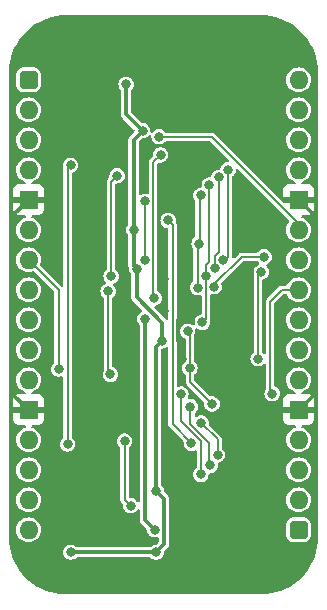
<source format=gbl>
%TF.GenerationSoftware,KiCad,Pcbnew,7.0.5*%
%TF.CreationDate,2024-01-27T15:52:53+02:00*%
%TF.ProjectId,Sound Clock,536f756e-6420-4436-9c6f-636b2e6b6963,rev?*%
%TF.SameCoordinates,Original*%
%TF.FileFunction,Copper,L2,Bot*%
%TF.FilePolarity,Positive*%
%FSLAX46Y46*%
G04 Gerber Fmt 4.6, Leading zero omitted, Abs format (unit mm)*
G04 Created by KiCad (PCBNEW 7.0.5) date 2024-01-27 15:52:53*
%MOMM*%
%LPD*%
G01*
G04 APERTURE LIST*
G04 Aperture macros list*
%AMRoundRect*
0 Rectangle with rounded corners*
0 $1 Rounding radius*
0 $2 $3 $4 $5 $6 $7 $8 $9 X,Y pos of 4 corners*
0 Add a 4 corners polygon primitive as box body*
4,1,4,$2,$3,$4,$5,$6,$7,$8,$9,$2,$3,0*
0 Add four circle primitives for the rounded corners*
1,1,$1+$1,$2,$3*
1,1,$1+$1,$4,$5*
1,1,$1+$1,$6,$7*
1,1,$1+$1,$8,$9*
0 Add four rect primitives between the rounded corners*
20,1,$1+$1,$2,$3,$4,$5,0*
20,1,$1+$1,$4,$5,$6,$7,0*
20,1,$1+$1,$6,$7,$8,$9,0*
20,1,$1+$1,$8,$9,$2,$3,0*%
G04 Aperture macros list end*
%TA.AperFunction,ComponentPad*%
%ADD10RoundRect,0.400000X-0.400000X-0.400000X0.400000X-0.400000X0.400000X0.400000X-0.400000X0.400000X0*%
%TD*%
%TA.AperFunction,ComponentPad*%
%ADD11O,1.600000X1.600000*%
%TD*%
%TA.AperFunction,ComponentPad*%
%ADD12R,1.600000X1.600000*%
%TD*%
%TA.AperFunction,ViaPad*%
%ADD13C,0.800000*%
%TD*%
%TA.AperFunction,Conductor*%
%ADD14C,0.380000*%
%TD*%
%TA.AperFunction,Conductor*%
%ADD15C,0.200000*%
%TD*%
G04 APERTURE END LIST*
D10*
%TO.P,J2,1,Pin_1*%
%TO.N,/5V*%
X88900000Y-58420000D03*
D11*
%TO.P,J2,2,Pin_2*%
%TO.N,unconnected-(J2-Pin_2-Pad2)*%
X88900000Y-60960000D03*
%TO.P,J2,3,Pin_3*%
%TO.N,unconnected-(J2-Pin_3-Pad3)*%
X88900000Y-63500000D03*
%TO.P,J2,4,Pin_4*%
%TO.N,unconnected-(J2-Pin_4-Pad4)*%
X88900000Y-66040000D03*
D12*
%TO.P,J2,5,Pin_5*%
%TO.N,/GND*%
X88900000Y-68580000D03*
D11*
%TO.P,J2,6,Pin_6*%
%TO.N,/~{Reset}*%
X88900000Y-71120000D03*
%TO.P,J2,7,Pin_7*%
%TO.N,/Clock Select _{S1}*%
X88900000Y-73660000D03*
%TO.P,J2,8,Pin_8*%
%TO.N,/Clock Select _{S0}*%
X88900000Y-76200000D03*
%TO.P,J2,9,Pin_9*%
%TO.N,unconnected-(J2-Pin_9-Pad9)*%
X88900000Y-78740000D03*
%TO.P,J2,10,Pin_10*%
%TO.N,unconnected-(J2-Pin_10-Pad10)*%
X88900000Y-81280000D03*
%TO.P,J2,11,Pin_11*%
%TO.N,unconnected-(J2-Pin_11-Pad11)*%
X88900000Y-83820000D03*
D12*
%TO.P,J2,12,Pin_12*%
%TO.N,/GND*%
X88900000Y-86360000D03*
D11*
%TO.P,J2,13,Pin_13*%
%TO.N,unconnected-(J2-Pin_13-Pad13)*%
X88900000Y-88900000D03*
%TO.P,J2,14,Pin_14*%
%TO.N,unconnected-(J2-Pin_14-Pad14)*%
X88900000Y-91440000D03*
%TO.P,J2,15,Pin_15*%
%TO.N,unconnected-(J2-Pin_15-Pad15)*%
X88900000Y-93980000D03*
%TO.P,J2,16,Pin_16*%
%TO.N,unconnected-(J2-Pin_16-Pad16)*%
X88900000Y-96520000D03*
D10*
%TO.P,J2,17,Pin_17*%
%TO.N,/5V*%
X111760000Y-96520000D03*
D11*
%TO.P,J2,18,Pin_18*%
%TO.N,unconnected-(J2-Pin_18-Pad18)*%
X111760000Y-93980000D03*
%TO.P,J2,19,Pin_19*%
%TO.N,unconnected-(J2-Pin_19-Pad19)*%
X111760000Y-91440000D03*
%TO.P,J2,20,Pin_20*%
%TO.N,unconnected-(J2-Pin_20-Pad20)*%
X111760000Y-88900000D03*
D12*
%TO.P,J2,21,Pin_21*%
%TO.N,/GND*%
X111760000Y-86360000D03*
D11*
%TO.P,J2,22,Pin_22*%
%TO.N,/~{WR}_{B}*%
X111760000Y-83820000D03*
%TO.P,J2,23,Pin_23*%
%TO.N,/~{WR}_{A}*%
X111760000Y-81280000D03*
%TO.P,J2,24,Pin_24*%
%TO.N,/A0*%
X111760000Y-78740000D03*
%TO.P,J2,25,Pin_25*%
%TO.N,/~{WR}*%
X111760000Y-76200000D03*
%TO.P,J2,26,Pin_26*%
%TO.N,/~{CLK}*%
X111760000Y-73660000D03*
%TO.P,J2,27,Pin_27*%
%TO.N,/CLK*%
X111760000Y-71120000D03*
D12*
%TO.P,J2,28,Pin_28*%
%TO.N,/GND*%
X111760000Y-68580000D03*
D11*
%TO.P,J2,29,Pin_29*%
%TO.N,unconnected-(J2-Pin_29-Pad29)*%
X111760000Y-66040000D03*
%TO.P,J2,30,Pin_30*%
%TO.N,unconnected-(J2-Pin_30-Pad30)*%
X111760000Y-63500000D03*
%TO.P,J2,31,Pin_31*%
%TO.N,unconnected-(J2-Pin_31-Pad31)*%
X111760000Y-60960000D03*
%TO.P,J2,32,Pin_32*%
%TO.N,unconnected-(J2-Pin_32-Pad32)*%
X111760000Y-58420000D03*
%TD*%
D13*
%TO.N,/5V*%
X99568000Y-96520000D03*
X98755385Y-78663615D03*
%TO.N,/GND*%
X105734637Y-88788306D03*
X104902000Y-93980000D03*
X96870682Y-85030699D03*
X101792000Y-78740000D03*
X100330000Y-75311000D03*
X96901000Y-81534000D03*
X95250000Y-90424000D03*
X100330000Y-77978000D03*
X101854000Y-82042000D03*
X96901002Y-86741000D03*
%TO.N,/3.3V*%
X97155000Y-58801000D03*
X92456000Y-98425000D03*
X98044000Y-74422000D03*
X99695000Y-98425000D03*
X100203000Y-80518000D03*
X99695000Y-93218000D03*
X98552000Y-62738000D03*
X97790000Y-71120000D03*
%TO.N,/CLK*%
X95885000Y-75057000D03*
X99949000Y-63246000D03*
X96393000Y-66548000D03*
%TO.N,/Clock Select _{S1}*%
X91440000Y-82931000D03*
%TO.N,/4KHz*%
X101792000Y-85025511D03*
X103498777Y-91826186D03*
%TO.N,/8KHz*%
X104264779Y-91067685D03*
X102608000Y-86106000D03*
%TO.N,/16KHz*%
X103517886Y-87490114D03*
X104902000Y-90170000D03*
%TO.N,/32KHz*%
X97032500Y-89022500D03*
X97536000Y-94488000D03*
%TO.N,Net-(IC1-YA)*%
X92456000Y-65659000D03*
X92202000Y-89281000D03*
%TO.N,/Clock Select _{S0}*%
X95631000Y-76327000D03*
X95831275Y-83365725D03*
%TO.N,/~{Reset}*%
X100711000Y-70330000D03*
X102689592Y-89207408D03*
%TO.N,/Q0*%
X105382000Y-73651971D03*
X105790998Y-66039998D03*
%TO.N,/Q1*%
X104662981Y-74346965D03*
X105020392Y-66683608D03*
%TO.N,/Q2*%
X104207668Y-67331000D03*
X103909510Y-75004450D03*
X103611689Y-78966260D03*
%TO.N,/Q3*%
X103343426Y-72285575D03*
X103501000Y-68199000D03*
X103209510Y-76017248D03*
%TO.N,/~{CLK}*%
X99543507Y-76909367D03*
X104609510Y-75946000D03*
X100076000Y-64781000D03*
X108839000Y-73406000D03*
%TO.N,/~{WR}_{B}*%
X102372000Y-79712059D03*
X102569730Y-82824500D03*
X104435288Y-85869059D03*
%TO.N,/~{WR}_{A}*%
X108610538Y-74699687D03*
X108331000Y-82042000D03*
%TO.N,/~{Q3}*%
X98741000Y-73660000D03*
X98741000Y-68707000D03*
%TO.N,/~{WR}*%
X109531766Y-84994201D03*
%TD*%
D14*
%TO.N,/5V*%
X99568000Y-96520000D02*
X98755385Y-95707385D01*
X98755385Y-95707385D02*
X98755385Y-78663615D01*
%TO.N,/GND*%
X95250000Y-89027000D02*
X95250000Y-90424000D01*
X100330000Y-75311000D02*
X100333507Y-75314507D01*
X111760000Y-68580000D02*
X112950000Y-69770000D01*
X96901002Y-86741000D02*
X96901002Y-85061019D01*
X101582000Y-80500000D02*
X101582000Y-78950000D01*
X96901002Y-87375998D02*
X95377000Y-88900000D01*
X87710000Y-69770000D02*
X87710000Y-85170000D01*
X105826329Y-88879998D02*
X105734637Y-88788306D01*
X101582000Y-78950000D02*
X101792000Y-78740000D01*
X100333507Y-77974493D02*
X100330000Y-77978000D01*
X96901002Y-85061019D02*
X96870682Y-85030699D01*
X96901000Y-81534000D02*
X96901000Y-85000381D01*
X96901002Y-86741000D02*
X96901002Y-87375998D01*
X101854000Y-82042000D02*
X101854000Y-80772000D01*
X87710000Y-85170000D02*
X88900000Y-86360000D01*
X104902000Y-93980000D02*
X105826329Y-93055671D01*
X100333507Y-75314507D02*
X100333507Y-77974493D01*
X95377000Y-88900000D02*
X95250000Y-89027000D01*
X101854000Y-80772000D02*
X101582000Y-80500000D01*
X112950000Y-69770000D02*
X112950000Y-85217000D01*
X96901000Y-85000381D02*
X96870682Y-85030699D01*
X112950000Y-85217000D02*
X111807000Y-86360000D01*
X88900000Y-68580000D02*
X87710000Y-69770000D01*
X105826329Y-93055671D02*
X105826329Y-88879998D01*
%TO.N,/3.3V*%
X98044000Y-76835000D02*
X100203000Y-78994000D01*
X100358000Y-93881000D02*
X99695000Y-93218000D01*
X97790000Y-71120000D02*
X97790000Y-63500000D01*
X99695000Y-93218000D02*
X99695000Y-81026000D01*
X98552000Y-62738000D02*
X97155000Y-61341000D01*
X100203000Y-78994000D02*
X100203000Y-80518000D01*
X97790000Y-74168000D02*
X97790000Y-71120000D01*
X99695000Y-98425000D02*
X92456000Y-98425000D01*
X99695000Y-98425000D02*
X100358000Y-97762000D01*
X97155000Y-61341000D02*
X97155000Y-58801000D01*
X97790000Y-63500000D02*
X98552000Y-62738000D01*
X98044000Y-74422000D02*
X98044000Y-76835000D01*
X98044000Y-74422000D02*
X97790000Y-74168000D01*
X100358000Y-97762000D02*
X100358000Y-93881000D01*
X99695000Y-81026000D02*
X100203000Y-80518000D01*
D15*
%TO.N,/CLK*%
X104394000Y-63246000D02*
X111760000Y-70612000D01*
X95885000Y-67056000D02*
X96393000Y-66548000D01*
X95885000Y-75057000D02*
X95885000Y-67056000D01*
X99949000Y-63246000D02*
X104394000Y-63246000D01*
%TO.N,/Clock Select _{S1}*%
X91440000Y-82931000D02*
X91440000Y-76200000D01*
X91440000Y-76200000D02*
X88900000Y-73660000D01*
%TO.N,/4KHz*%
X103498777Y-89026642D02*
X101792000Y-87319865D01*
X103498777Y-91826186D02*
X103498777Y-89026642D01*
X101792000Y-87319865D02*
X101792000Y-85025511D01*
%TO.N,/8KHz*%
X104264779Y-91067685D02*
X104202000Y-91004906D01*
X104202000Y-89164179D02*
X102608000Y-87570179D01*
X104202000Y-91004906D02*
X104202000Y-89164179D01*
X102608000Y-87570179D02*
X102608000Y-86106000D01*
%TO.N,/16KHz*%
X104902000Y-90170000D02*
X104902000Y-88874228D01*
X104902000Y-88874228D02*
X103517886Y-87490114D01*
%TO.N,/32KHz*%
X97032500Y-93984500D02*
X97032500Y-89022500D01*
X97536000Y-94488000D02*
X97032500Y-93984500D01*
%TO.N,Net-(IC1-YA)*%
X92202000Y-65913000D02*
X92456000Y-65659000D01*
X92202000Y-89281000D02*
X92202000Y-65913000D01*
%TO.N,/Clock Select _{S0}*%
X95631000Y-83165450D02*
X95831275Y-83365725D01*
X95631000Y-76327000D02*
X95631000Y-83165450D01*
%TO.N,/~{Reset}*%
X100711000Y-70330000D02*
X101092000Y-70711000D01*
X101092000Y-70711000D02*
X101092000Y-87609816D01*
X101092000Y-87609816D02*
X102689592Y-89207408D01*
%TO.N,/Q0*%
X105545029Y-73651971D02*
X105382000Y-73651971D01*
X105791000Y-73406000D02*
X105545029Y-73651971D01*
X105790998Y-66039998D02*
X105791000Y-66040000D01*
X105791000Y-66040000D02*
X105791000Y-73406000D01*
%TO.N,/Q1*%
X105020392Y-73023629D02*
X104662981Y-73381040D01*
X104662981Y-73381040D02*
X104662981Y-74346965D01*
X105020392Y-66683608D02*
X105020392Y-73023629D01*
%TO.N,/Q2*%
X103909510Y-75004450D02*
X103909510Y-78668439D01*
X103909510Y-78668439D02*
X103611689Y-78966260D01*
X104207668Y-67331000D02*
X104207668Y-73812328D01*
X104207668Y-73812328D02*
X103909510Y-74110486D01*
X103909510Y-74110486D02*
X103909510Y-75004450D01*
%TO.N,/Q3*%
X103501000Y-68199000D02*
X103378000Y-68322000D01*
X103209510Y-72419491D02*
X103343426Y-72285575D01*
X103378000Y-72251001D02*
X103343426Y-72285575D01*
X103378000Y-68322000D02*
X103378000Y-72251001D01*
X103209510Y-76017248D02*
X103209510Y-72419491D01*
%TO.N,/~{CLK}*%
X104609510Y-75730490D02*
X104609510Y-75946000D01*
X99441000Y-76806860D02*
X99543507Y-76909367D01*
X100076000Y-64781000D02*
X99441000Y-65416000D01*
X106934000Y-73406000D02*
X104609510Y-75730490D01*
X99441000Y-65416000D02*
X99441000Y-76806860D01*
X108839000Y-73406000D02*
X106934000Y-73406000D01*
%TO.N,/~{WR}_{B}*%
X102569730Y-84003501D02*
X104435288Y-85869059D01*
X102569730Y-82824500D02*
X102569730Y-79909789D01*
X102569730Y-82824500D02*
X102569730Y-84003501D01*
X102569730Y-79909789D02*
X102372000Y-79712059D01*
%TO.N,/~{WR}_{A}*%
X108331000Y-82042000D02*
X108331000Y-74979225D01*
X108331000Y-74979225D02*
X108610538Y-74699687D01*
%TO.N,/~{Q3}*%
X98741000Y-73660000D02*
X98741000Y-68707000D01*
%TO.N,/~{WR}*%
X109347000Y-84809435D02*
X109531766Y-84994201D01*
X109347000Y-77216000D02*
X109347000Y-84809435D01*
X110363000Y-76200000D02*
X109347000Y-77216000D01*
X111760000Y-76200000D02*
X110363000Y-76200000D01*
%TD*%
%TA.AperFunction,Conductor*%
%TO.N,/GND*%
G36*
X108586351Y-52955559D02*
G01*
X109003236Y-52973760D01*
X109008589Y-52974229D01*
X109420967Y-53028519D01*
X109426268Y-53029454D01*
X109832335Y-53119477D01*
X109837525Y-53120867D01*
X110234209Y-53245941D01*
X110239286Y-53247789D01*
X110623552Y-53406958D01*
X110628422Y-53409229D01*
X110997371Y-53601291D01*
X111002020Y-53603976D01*
X111352809Y-53827454D01*
X111357231Y-53830550D01*
X111687197Y-54083741D01*
X111691342Y-54087220D01*
X111963881Y-54336957D01*
X111997975Y-54368198D01*
X112001801Y-54372024D01*
X112282779Y-54678657D01*
X112286258Y-54682802D01*
X112539449Y-55012768D01*
X112542548Y-55017194D01*
X112766018Y-55367972D01*
X112768712Y-55372635D01*
X112960761Y-55741559D01*
X112963048Y-55746463D01*
X113122208Y-56130709D01*
X113124059Y-56135794D01*
X113249125Y-56532450D01*
X113250525Y-56537677D01*
X113340543Y-56943725D01*
X113341483Y-56949054D01*
X113395768Y-57361392D01*
X113396240Y-57366783D01*
X113414440Y-57783648D01*
X113414499Y-57786352D01*
X113414500Y-97110829D01*
X113414500Y-97153646D01*
X113414441Y-97156350D01*
X113396240Y-97573215D01*
X113395768Y-97578606D01*
X113341483Y-97990945D01*
X113340543Y-97996274D01*
X113250525Y-98402322D01*
X113249125Y-98407549D01*
X113124059Y-98804205D01*
X113122208Y-98809290D01*
X112963048Y-99193536D01*
X112960761Y-99198440D01*
X112768719Y-99567351D01*
X112766013Y-99572037D01*
X112542553Y-99922798D01*
X112539449Y-99927231D01*
X112286258Y-100257197D01*
X112282779Y-100261342D01*
X112001801Y-100567975D01*
X111997975Y-100571801D01*
X111691342Y-100852779D01*
X111687197Y-100856258D01*
X111357231Y-101109449D01*
X111352798Y-101112553D01*
X111002037Y-101336013D01*
X110997351Y-101338719D01*
X110628440Y-101530761D01*
X110623536Y-101533048D01*
X110239290Y-101692208D01*
X110234205Y-101694059D01*
X109837549Y-101819125D01*
X109832322Y-101820525D01*
X109426274Y-101910543D01*
X109420945Y-101911483D01*
X109008606Y-101965768D01*
X109003215Y-101966240D01*
X108586351Y-101984441D01*
X108583647Y-101984500D01*
X92076353Y-101984500D01*
X92073649Y-101984441D01*
X91656784Y-101966240D01*
X91651393Y-101965768D01*
X91445223Y-101938625D01*
X91239051Y-101911482D01*
X91233725Y-101910543D01*
X90827677Y-101820525D01*
X90822458Y-101819127D01*
X90636218Y-101760405D01*
X90425794Y-101694059D01*
X90420709Y-101692208D01*
X90200171Y-101600858D01*
X90036457Y-101533045D01*
X90031567Y-101530765D01*
X89662635Y-101338712D01*
X89657972Y-101336018D01*
X89307194Y-101112548D01*
X89302768Y-101109449D01*
X88972802Y-100856258D01*
X88968657Y-100852779D01*
X88662024Y-100571801D01*
X88658198Y-100567975D01*
X88377220Y-100261342D01*
X88373741Y-100257197D01*
X88120550Y-99927231D01*
X88117454Y-99922809D01*
X87893976Y-99572020D01*
X87891291Y-99567371D01*
X87699229Y-99198422D01*
X87696958Y-99193552D01*
X87537789Y-98809286D01*
X87535940Y-98804205D01*
X87512393Y-98729523D01*
X87416377Y-98425000D01*
X91800722Y-98425000D01*
X91819762Y-98581818D01*
X91875779Y-98729523D01*
X91875780Y-98729523D01*
X91965517Y-98859530D01*
X92083760Y-98964283D01*
X92083762Y-98964284D01*
X92223634Y-99037696D01*
X92377014Y-99075500D01*
X92377015Y-99075500D01*
X92534985Y-99075500D01*
X92688365Y-99037696D01*
X92828240Y-98964283D01*
X92904544Y-98896683D01*
X92967778Y-98866963D01*
X92986771Y-98865500D01*
X99164229Y-98865500D01*
X99231268Y-98885185D01*
X99246454Y-98896682D01*
X99322760Y-98964283D01*
X99322762Y-98964284D01*
X99462634Y-99037696D01*
X99616014Y-99075500D01*
X99616015Y-99075500D01*
X99773985Y-99075500D01*
X99927365Y-99037696D01*
X99927364Y-99037696D01*
X100067240Y-98964283D01*
X100185483Y-98859530D01*
X100275220Y-98729523D01*
X100331237Y-98581818D01*
X100349587Y-98430690D01*
X100377207Y-98366515D01*
X100384990Y-98357969D01*
X100649528Y-98093431D01*
X100654696Y-98088812D01*
X100684557Y-98065001D01*
X100716694Y-98017862D01*
X100717982Y-98016046D01*
X100751852Y-97970157D01*
X100751853Y-97970155D01*
X100755743Y-97962794D01*
X100759359Y-97955287D01*
X100776155Y-97900833D01*
X100776881Y-97898628D01*
X100795711Y-97844820D01*
X100797249Y-97836685D01*
X100798500Y-97828392D01*
X100798500Y-97771414D01*
X100798542Y-97769133D01*
X100800675Y-97712123D01*
X100800674Y-97712122D01*
X100799635Y-97702893D01*
X100800488Y-97702796D01*
X100798500Y-97687681D01*
X100798500Y-96985701D01*
X110709500Y-96985701D01*
X110712401Y-97022567D01*
X110712402Y-97022573D01*
X110758254Y-97180393D01*
X110758255Y-97180396D01*
X110758256Y-97180398D01*
X110795681Y-97243681D01*
X110841917Y-97321862D01*
X110841923Y-97321870D01*
X110958129Y-97438076D01*
X110958133Y-97438079D01*
X110958135Y-97438081D01*
X111099602Y-97521744D01*
X111121741Y-97528176D01*
X111257426Y-97567597D01*
X111257429Y-97567597D01*
X111257431Y-97567598D01*
X111294306Y-97570500D01*
X111294314Y-97570500D01*
X112225686Y-97570500D01*
X112225694Y-97570500D01*
X112262569Y-97567598D01*
X112262571Y-97567597D01*
X112262573Y-97567597D01*
X112304899Y-97555300D01*
X112420398Y-97521744D01*
X112561865Y-97438081D01*
X112678081Y-97321865D01*
X112761744Y-97180398D01*
X112796931Y-97059284D01*
X112807597Y-97022573D01*
X112807598Y-97022567D01*
X112810499Y-96985701D01*
X112810500Y-96985694D01*
X112810500Y-96054306D01*
X112807598Y-96017431D01*
X112806562Y-96013866D01*
X112761745Y-95859606D01*
X112761744Y-95859603D01*
X112761744Y-95859602D01*
X112678081Y-95718135D01*
X112678079Y-95718133D01*
X112678076Y-95718129D01*
X112561870Y-95601923D01*
X112561862Y-95601917D01*
X112465229Y-95544769D01*
X112420398Y-95518256D01*
X112420397Y-95518255D01*
X112420396Y-95518255D01*
X112420393Y-95518254D01*
X112262573Y-95472402D01*
X112262567Y-95472401D01*
X112225701Y-95469500D01*
X112225694Y-95469500D01*
X111294306Y-95469500D01*
X111294298Y-95469500D01*
X111257432Y-95472401D01*
X111257426Y-95472402D01*
X111099606Y-95518254D01*
X111099603Y-95518255D01*
X110958137Y-95601917D01*
X110958129Y-95601923D01*
X110841923Y-95718129D01*
X110841917Y-95718137D01*
X110758255Y-95859603D01*
X110758254Y-95859606D01*
X110712402Y-96017426D01*
X110712401Y-96017432D01*
X110709500Y-96054298D01*
X110709500Y-96985701D01*
X100798500Y-96985701D01*
X100798500Y-93980000D01*
X110704417Y-93980000D01*
X110724699Y-94185932D01*
X110740329Y-94237457D01*
X110784768Y-94383954D01*
X110882315Y-94566450D01*
X110882317Y-94566452D01*
X111013589Y-94726410D01*
X111110209Y-94805702D01*
X111173550Y-94857685D01*
X111356046Y-94955232D01*
X111554066Y-95015300D01*
X111554065Y-95015300D01*
X111572529Y-95017118D01*
X111760000Y-95035583D01*
X111965934Y-95015300D01*
X112163954Y-94955232D01*
X112346450Y-94857685D01*
X112506410Y-94726410D01*
X112637685Y-94566450D01*
X112735232Y-94383954D01*
X112795300Y-94185934D01*
X112815583Y-93980000D01*
X112795300Y-93774066D01*
X112735232Y-93576046D01*
X112637685Y-93393550D01*
X112548634Y-93285040D01*
X112506410Y-93233589D01*
X112346452Y-93102317D01*
X112346453Y-93102317D01*
X112346450Y-93102315D01*
X112163954Y-93004768D01*
X111965934Y-92944700D01*
X111965932Y-92944699D01*
X111965934Y-92944699D01*
X111778463Y-92926235D01*
X111760000Y-92924417D01*
X111759999Y-92924417D01*
X111554067Y-92944699D01*
X111356043Y-93004769D01*
X111250506Y-93061181D01*
X111173550Y-93102315D01*
X111173548Y-93102316D01*
X111173547Y-93102317D01*
X111013589Y-93233589D01*
X110882317Y-93393547D01*
X110784769Y-93576043D01*
X110724699Y-93774067D01*
X110704417Y-93980000D01*
X100798500Y-93980000D01*
X100798500Y-93909228D01*
X100798889Y-93902289D01*
X100803165Y-93864344D01*
X100792556Y-93808279D01*
X100792177Y-93806040D01*
X100783685Y-93749694D01*
X100783684Y-93749691D01*
X100781231Y-93741738D01*
X100778479Y-93733875D01*
X100778478Y-93733869D01*
X100751841Y-93683470D01*
X100750808Y-93681423D01*
X100726068Y-93630050D01*
X100721403Y-93623207D01*
X100716428Y-93616467D01*
X100676121Y-93576160D01*
X100674539Y-93574517D01*
X100635750Y-93532713D01*
X100628482Y-93526917D01*
X100629017Y-93526245D01*
X100616926Y-93516965D01*
X100385001Y-93285040D01*
X100351516Y-93223717D01*
X100349587Y-93212315D01*
X100331237Y-93061182D01*
X100275220Y-92913477D01*
X100185483Y-92783470D01*
X100185481Y-92783468D01*
X100177273Y-92776196D01*
X100140146Y-92717007D01*
X100135500Y-92683381D01*
X100135500Y-81292500D01*
X100155185Y-81225461D01*
X100207989Y-81179706D01*
X100259500Y-81168500D01*
X100281985Y-81168500D01*
X100435365Y-81130696D01*
X100559874Y-81065348D01*
X100628382Y-81051622D01*
X100693435Y-81077114D01*
X100734380Y-81133730D01*
X100741500Y-81175144D01*
X100741500Y-87560604D01*
X100738861Y-87586048D01*
X100736957Y-87595127D01*
X100736957Y-87595133D01*
X100741023Y-87627753D01*
X100741500Y-87635430D01*
X100741500Y-87638856D01*
X100743959Y-87653596D01*
X100744876Y-87659092D01*
X100745245Y-87661624D01*
X100751427Y-87711209D01*
X100753520Y-87718242D01*
X100755907Y-87725195D01*
X100755908Y-87725197D01*
X100763608Y-87739425D01*
X100779691Y-87769146D01*
X100780864Y-87771424D01*
X100802802Y-87816300D01*
X100802804Y-87816302D01*
X100807071Y-87822280D01*
X100811582Y-87828075D01*
X100848341Y-87861914D01*
X100850190Y-87863688D01*
X102008901Y-89022399D01*
X102042386Y-89083722D01*
X102044316Y-89125025D01*
X102034314Y-89207407D01*
X102034314Y-89207408D01*
X102053354Y-89364226D01*
X102088551Y-89457031D01*
X102109372Y-89511931D01*
X102199109Y-89641938D01*
X102317352Y-89746691D01*
X102317354Y-89746692D01*
X102457226Y-89820104D01*
X102610606Y-89857908D01*
X102610607Y-89857908D01*
X102768577Y-89857908D01*
X102921957Y-89820104D01*
X102966650Y-89796646D01*
X103035157Y-89782920D01*
X103100211Y-89808411D01*
X103141156Y-89865026D01*
X103148277Y-89906442D01*
X103148276Y-91211835D01*
X103128591Y-91278875D01*
X103106503Y-91304650D01*
X103008295Y-91391654D01*
X102918558Y-91521661D01*
X102918557Y-91521662D01*
X102862539Y-91669367D01*
X102843499Y-91826185D01*
X102843499Y-91826186D01*
X102862539Y-91983004D01*
X102918556Y-92130709D01*
X102918557Y-92130709D01*
X103008294Y-92260716D01*
X103126537Y-92365469D01*
X103126539Y-92365470D01*
X103266411Y-92438882D01*
X103419791Y-92476686D01*
X103419792Y-92476686D01*
X103577762Y-92476686D01*
X103731142Y-92438882D01*
X103731141Y-92438881D01*
X103871017Y-92365469D01*
X103989260Y-92260716D01*
X104078997Y-92130709D01*
X104135014Y-91983004D01*
X104153927Y-91827238D01*
X104181549Y-91763061D01*
X104239483Y-91724004D01*
X104277023Y-91718185D01*
X104343764Y-91718185D01*
X104497144Y-91680381D01*
X104562780Y-91645932D01*
X104637019Y-91606968D01*
X104755262Y-91502215D01*
X104798206Y-91439999D01*
X110704417Y-91439999D01*
X110724699Y-91645932D01*
X110735149Y-91680381D01*
X110784768Y-91843954D01*
X110882315Y-92026450D01*
X110882317Y-92026452D01*
X111013589Y-92186410D01*
X111104130Y-92260714D01*
X111173550Y-92317685D01*
X111356046Y-92415232D01*
X111554066Y-92475300D01*
X111554065Y-92475300D01*
X111568138Y-92476686D01*
X111760000Y-92495583D01*
X111965934Y-92475300D01*
X112163954Y-92415232D01*
X112346450Y-92317685D01*
X112506410Y-92186410D01*
X112637685Y-92026450D01*
X112735232Y-91843954D01*
X112795300Y-91645934D01*
X112815583Y-91440000D01*
X112795300Y-91234066D01*
X112735232Y-91036046D01*
X112637685Y-90853550D01*
X112519290Y-90709284D01*
X112506410Y-90693589D01*
X112351827Y-90566728D01*
X112346450Y-90562315D01*
X112163954Y-90464768D01*
X111965934Y-90404700D01*
X111965932Y-90404699D01*
X111965934Y-90404699D01*
X111760000Y-90384417D01*
X111554067Y-90404699D01*
X111356043Y-90464769D01*
X111245897Y-90523643D01*
X111173550Y-90562315D01*
X111173548Y-90562316D01*
X111173547Y-90562317D01*
X111013589Y-90693589D01*
X110882317Y-90853547D01*
X110784769Y-91036043D01*
X110724699Y-91234067D01*
X110704417Y-91439999D01*
X104798206Y-91439999D01*
X104844999Y-91372208D01*
X104901016Y-91224503D01*
X104920057Y-91067685D01*
X104905927Y-90951315D01*
X104917387Y-90882393D01*
X104964291Y-90830607D01*
X104999344Y-90815974D01*
X105134365Y-90782696D01*
X105274240Y-90709283D01*
X105392483Y-90604530D01*
X105482220Y-90474523D01*
X105538237Y-90326818D01*
X105557278Y-90170000D01*
X105538237Y-90013182D01*
X105482220Y-89865477D01*
X105392483Y-89735470D01*
X105294272Y-89648463D01*
X105257147Y-89589276D01*
X105252500Y-89555649D01*
X105252500Y-88923439D01*
X105255139Y-88897992D01*
X105257043Y-88888913D01*
X105254147Y-88865681D01*
X105252977Y-88856289D01*
X105252500Y-88848613D01*
X105252500Y-88845190D01*
X105252500Y-88845188D01*
X105249118Y-88824927D01*
X105248754Y-88822418D01*
X105242573Y-88772835D01*
X105240477Y-88765796D01*
X105238091Y-88758844D01*
X105214317Y-88714916D01*
X105213157Y-88712665D01*
X105199949Y-88685646D01*
X105191200Y-88667747D01*
X105186919Y-88661752D01*
X105182420Y-88655972D01*
X105182418Y-88655970D01*
X105145642Y-88622115D01*
X105143820Y-88620366D01*
X104198575Y-87675121D01*
X104165090Y-87613798D01*
X104163160Y-87572498D01*
X104173164Y-87490114D01*
X104154123Y-87333296D01*
X104106545Y-87207844D01*
X110460000Y-87207844D01*
X110466401Y-87267372D01*
X110466403Y-87267379D01*
X110516645Y-87402086D01*
X110516649Y-87402093D01*
X110602809Y-87517187D01*
X110602812Y-87517190D01*
X110717906Y-87603350D01*
X110717913Y-87603354D01*
X110852620Y-87653596D01*
X110852627Y-87653598D01*
X110912155Y-87659999D01*
X110912172Y-87660000D01*
X111392930Y-87660000D01*
X111459969Y-87679685D01*
X111505724Y-87732489D01*
X111515668Y-87801647D01*
X111486643Y-87865203D01*
X111428925Y-87902660D01*
X111356046Y-87924768D01*
X111356043Y-87924769D01*
X111245897Y-87983643D01*
X111173550Y-88022315D01*
X111173548Y-88022316D01*
X111173547Y-88022317D01*
X111013589Y-88153589D01*
X110882317Y-88313547D01*
X110784769Y-88496043D01*
X110724699Y-88694067D01*
X110704417Y-88899999D01*
X110724699Y-89105932D01*
X110754734Y-89204944D01*
X110784768Y-89303954D01*
X110882315Y-89486450D01*
X110916969Y-89528677D01*
X111013589Y-89646410D01*
X111042466Y-89670108D01*
X111173550Y-89777685D01*
X111356046Y-89875232D01*
X111554066Y-89935300D01*
X111554065Y-89935300D01*
X111574347Y-89937297D01*
X111760000Y-89955583D01*
X111965934Y-89935300D01*
X112163954Y-89875232D01*
X112346450Y-89777685D01*
X112506410Y-89646410D01*
X112637685Y-89486450D01*
X112735232Y-89303954D01*
X112795300Y-89105934D01*
X112815583Y-88900000D01*
X112795300Y-88694066D01*
X112735232Y-88496046D01*
X112637685Y-88313550D01*
X112585702Y-88250209D01*
X112506410Y-88153589D01*
X112346452Y-88022317D01*
X112346453Y-88022317D01*
X112346450Y-88022315D01*
X112163954Y-87924768D01*
X112091074Y-87902660D01*
X112032636Y-87864363D01*
X112004180Y-87800551D01*
X112014740Y-87731484D01*
X112060964Y-87679090D01*
X112127070Y-87660000D01*
X112607828Y-87660000D01*
X112607844Y-87659999D01*
X112667372Y-87653598D01*
X112667379Y-87653596D01*
X112802086Y-87603354D01*
X112802093Y-87603350D01*
X112917187Y-87517190D01*
X112917190Y-87517187D01*
X113003350Y-87402093D01*
X113003354Y-87402086D01*
X113053596Y-87267379D01*
X113053598Y-87267372D01*
X113059999Y-87207844D01*
X113060000Y-87207827D01*
X113060000Y-86610000D01*
X112193686Y-86610000D01*
X112219493Y-86569844D01*
X112260000Y-86431889D01*
X112260000Y-86288111D01*
X112219493Y-86150156D01*
X112193686Y-86110000D01*
X113060000Y-86110000D01*
X113060000Y-85512172D01*
X113059999Y-85512155D01*
X113053598Y-85452627D01*
X113053596Y-85452620D01*
X113003354Y-85317913D01*
X113003350Y-85317906D01*
X112917190Y-85202812D01*
X112917187Y-85202809D01*
X112802093Y-85116649D01*
X112802086Y-85116645D01*
X112667379Y-85066403D01*
X112667372Y-85066401D01*
X112607844Y-85060000D01*
X112127070Y-85060000D01*
X112060031Y-85040315D01*
X112014276Y-84987511D01*
X112004332Y-84918353D01*
X112033357Y-84854797D01*
X112091074Y-84817339D01*
X112163954Y-84795232D01*
X112346450Y-84697685D01*
X112506410Y-84566410D01*
X112637685Y-84406450D01*
X112735232Y-84223954D01*
X112795300Y-84025934D01*
X112815583Y-83820000D01*
X112795300Y-83614066D01*
X112735232Y-83416046D01*
X112637685Y-83233550D01*
X112585702Y-83170209D01*
X112506410Y-83073589D01*
X112346452Y-82942317D01*
X112346453Y-82942317D01*
X112346450Y-82942315D01*
X112163954Y-82844768D01*
X111965934Y-82784700D01*
X111965932Y-82784699D01*
X111965934Y-82784699D01*
X111760000Y-82764417D01*
X111554067Y-82784699D01*
X111356043Y-82844769D01*
X111245897Y-82903643D01*
X111173550Y-82942315D01*
X111173548Y-82942316D01*
X111173547Y-82942317D01*
X111013589Y-83073589D01*
X110882317Y-83233547D01*
X110882315Y-83233550D01*
X110881260Y-83235524D01*
X110784769Y-83416043D01*
X110724699Y-83614067D01*
X110704417Y-83820000D01*
X110724699Y-84025932D01*
X110748652Y-84104894D01*
X110784768Y-84223954D01*
X110882315Y-84406450D01*
X110882317Y-84406452D01*
X111013589Y-84566410D01*
X111043531Y-84590982D01*
X111173550Y-84697685D01*
X111356046Y-84795232D01*
X111428925Y-84817339D01*
X111487364Y-84855637D01*
X111515820Y-84919449D01*
X111505260Y-84988516D01*
X111459036Y-85040910D01*
X111392930Y-85060000D01*
X110912155Y-85060000D01*
X110852627Y-85066401D01*
X110852620Y-85066403D01*
X110717913Y-85116645D01*
X110717906Y-85116649D01*
X110602812Y-85202809D01*
X110602809Y-85202812D01*
X110516649Y-85317906D01*
X110516645Y-85317913D01*
X110466403Y-85452620D01*
X110466401Y-85452627D01*
X110460000Y-85512155D01*
X110460000Y-86110000D01*
X111326314Y-86110000D01*
X111300507Y-86150156D01*
X111260000Y-86288111D01*
X111260000Y-86431889D01*
X111300507Y-86569844D01*
X111326314Y-86610000D01*
X110460000Y-86610000D01*
X110460000Y-87207844D01*
X104106545Y-87207844D01*
X104098106Y-87185591D01*
X104008369Y-87055584D01*
X103890126Y-86950831D01*
X103890124Y-86950830D01*
X103890123Y-86950829D01*
X103750251Y-86877417D01*
X103596872Y-86839614D01*
X103596871Y-86839614D01*
X103438901Y-86839614D01*
X103438900Y-86839614D01*
X103285520Y-86877417D01*
X103140126Y-86953727D01*
X103071618Y-86967453D01*
X103006564Y-86941960D01*
X102965620Y-86885345D01*
X102958500Y-86843931D01*
X102958500Y-86720350D01*
X102978185Y-86653311D01*
X103000271Y-86627536D01*
X103098483Y-86540530D01*
X103188220Y-86410523D01*
X103244237Y-86262818D01*
X103263278Y-86106000D01*
X103253550Y-86025877D01*
X103244237Y-85949181D01*
X103210415Y-85860000D01*
X103188220Y-85801477D01*
X103098483Y-85671470D01*
X102980240Y-85566717D01*
X102980238Y-85566716D01*
X102980237Y-85566715D01*
X102840365Y-85493303D01*
X102686986Y-85455500D01*
X102686985Y-85455500D01*
X102529015Y-85455500D01*
X102529014Y-85455500D01*
X102521568Y-85456404D01*
X102521278Y-85454019D01*
X102463124Y-85451447D01*
X102406073Y-85411111D01*
X102379886Y-85346334D01*
X102387341Y-85290161D01*
X102428237Y-85182329D01*
X102447278Y-85025511D01*
X102428237Y-84868693D01*
X102372220Y-84720988D01*
X102282483Y-84590981D01*
X102164240Y-84486228D01*
X102164238Y-84486227D01*
X102164237Y-84486226D01*
X102024365Y-84412814D01*
X101870986Y-84375011D01*
X101870985Y-84375011D01*
X101713015Y-84375011D01*
X101608627Y-84400740D01*
X101596175Y-84403809D01*
X101526372Y-84400740D01*
X101469310Y-84360420D01*
X101443105Y-84295650D01*
X101442500Y-84283412D01*
X101442500Y-70760206D01*
X101445139Y-70734760D01*
X101447042Y-70725685D01*
X101444782Y-70707561D01*
X101442977Y-70693068D01*
X101442500Y-70685391D01*
X101442500Y-70681963D01*
X101442499Y-70681957D01*
X101441871Y-70678196D01*
X101439119Y-70661706D01*
X101438753Y-70659188D01*
X101436509Y-70641189D01*
X101432573Y-70609607D01*
X101432572Y-70609604D01*
X101430481Y-70602579D01*
X101428091Y-70595616D01*
X101404317Y-70551688D01*
X101403157Y-70549437D01*
X101381198Y-70504516D01*
X101381192Y-70504510D01*
X101378323Y-70500491D01*
X101355384Y-70434494D01*
X101356139Y-70413494D01*
X101366278Y-70330000D01*
X101347237Y-70173182D01*
X101291220Y-70025477D01*
X101201483Y-69895470D01*
X101083240Y-69790717D01*
X101083238Y-69790716D01*
X101083237Y-69790715D01*
X100943365Y-69717303D01*
X100789986Y-69679500D01*
X100789985Y-69679500D01*
X100632015Y-69679500D01*
X100632014Y-69679500D01*
X100478634Y-69717303D01*
X100338762Y-69790715D01*
X100220516Y-69895471D01*
X100130781Y-70025475D01*
X100130780Y-70025476D01*
X100074762Y-70173181D01*
X100055722Y-70329999D01*
X100055722Y-70330000D01*
X100074762Y-70486818D01*
X100130780Y-70634522D01*
X100130780Y-70634523D01*
X100220517Y-70764530D01*
X100338760Y-70869283D01*
X100338762Y-70869284D01*
X100478634Y-70942696D01*
X100551168Y-70960573D01*
X100632015Y-70980500D01*
X100632024Y-70980500D01*
X100632440Y-70980551D01*
X100632733Y-70980677D01*
X100639297Y-70982295D01*
X100639028Y-70983386D01*
X100696619Y-71008169D01*
X100735679Y-71066101D01*
X100741500Y-71103648D01*
X100741500Y-78610176D01*
X100721815Y-78677215D01*
X100669011Y-78722970D01*
X100599853Y-78732914D01*
X100536297Y-78703889D01*
X100529819Y-78697857D01*
X100521147Y-78689186D01*
X100519539Y-78687516D01*
X100480751Y-78645714D01*
X100473482Y-78639917D01*
X100474017Y-78639245D01*
X100461926Y-78629965D01*
X99592902Y-77760941D01*
X99559417Y-77699618D01*
X99564401Y-77629926D01*
X99606273Y-77573993D01*
X99650909Y-77552863D01*
X99775872Y-77522063D01*
X99915747Y-77448650D01*
X100033990Y-77343897D01*
X100123727Y-77213890D01*
X100179744Y-77066185D01*
X100198785Y-76909367D01*
X100198586Y-76907723D01*
X100179744Y-76752548D01*
X100141815Y-76652539D01*
X100123727Y-76604844D01*
X100033990Y-76474837D01*
X99915747Y-76370084D01*
X99915745Y-76370083D01*
X99915744Y-76370082D01*
X99915742Y-76370081D01*
X99857873Y-76339708D01*
X99807661Y-76291123D01*
X99791500Y-76229912D01*
X99791500Y-65612544D01*
X99811185Y-65545505D01*
X99827818Y-65524864D01*
X99852760Y-65499921D01*
X99886723Y-65465957D01*
X99948046Y-65432472D01*
X99989268Y-65433062D01*
X99989568Y-65430596D01*
X99997014Y-65431500D01*
X99997015Y-65431500D01*
X100154985Y-65431500D01*
X100308365Y-65393696D01*
X100308365Y-65393695D01*
X100448240Y-65320283D01*
X100566483Y-65215530D01*
X100656220Y-65085523D01*
X100712237Y-64937818D01*
X100731278Y-64781000D01*
X100712237Y-64624182D01*
X100656220Y-64476477D01*
X100566483Y-64346470D01*
X100448240Y-64241717D01*
X100448238Y-64241716D01*
X100448237Y-64241715D01*
X100308365Y-64168303D01*
X100154986Y-64130500D01*
X100154985Y-64130500D01*
X100099843Y-64130500D01*
X100032804Y-64110815D01*
X100020954Y-64097139D01*
X100018870Y-64101703D01*
X99960092Y-64139477D01*
X99954831Y-64140897D01*
X99843634Y-64168303D01*
X99703762Y-64241715D01*
X99585516Y-64346471D01*
X99495781Y-64476475D01*
X99495780Y-64476476D01*
X99439762Y-64624181D01*
X99420722Y-64780999D01*
X99420722Y-64781000D01*
X99430724Y-64863382D01*
X99419263Y-64932305D01*
X99395309Y-64966008D01*
X99296549Y-65064768D01*
X99227955Y-65133362D01*
X99208106Y-65149482D01*
X99200331Y-65154562D01*
X99180143Y-65180498D01*
X99175067Y-65186248D01*
X99172634Y-65188681D01*
X99172624Y-65188694D01*
X99160695Y-65205401D01*
X99159164Y-65207453D01*
X99128483Y-65246872D01*
X99124975Y-65253353D01*
X99121761Y-65259931D01*
X99121760Y-65259933D01*
X99121760Y-65259934D01*
X99107506Y-65307809D01*
X99106725Y-65310246D01*
X99090499Y-65357512D01*
X99089294Y-65364733D01*
X99088382Y-65372046D01*
X99090447Y-65421948D01*
X99090500Y-65424510D01*
X99090500Y-67964901D01*
X99070815Y-68031940D01*
X99018011Y-68077695D01*
X98948853Y-68087639D01*
X98936825Y-68085298D01*
X98819985Y-68056500D01*
X98662015Y-68056500D01*
X98662014Y-68056500D01*
X98508635Y-68094303D01*
X98412125Y-68144956D01*
X98343617Y-68158680D01*
X98278564Y-68133188D01*
X98237620Y-68076572D01*
X98230500Y-68035159D01*
X98230500Y-63733822D01*
X98250185Y-63666783D01*
X98266814Y-63646146D01*
X98488142Y-63424818D01*
X98549465Y-63391334D01*
X98575823Y-63388500D01*
X98630985Y-63388500D01*
X98784365Y-63350696D01*
X98924240Y-63277283D01*
X99042483Y-63172530D01*
X99072391Y-63129200D01*
X99126672Y-63085211D01*
X99196120Y-63077551D01*
X99258685Y-63108654D01*
X99294503Y-63168644D01*
X99297536Y-63214587D01*
X99293722Y-63245999D01*
X99293722Y-63246000D01*
X99312762Y-63402818D01*
X99349619Y-63500000D01*
X99368780Y-63550523D01*
X99458517Y-63680530D01*
X99576760Y-63785283D01*
X99576762Y-63785284D01*
X99716634Y-63858696D01*
X99870014Y-63896500D01*
X99925157Y-63896500D01*
X99992196Y-63916185D01*
X100004045Y-63929860D01*
X100006130Y-63925297D01*
X100064908Y-63887523D01*
X100070169Y-63886103D01*
X100181365Y-63858696D01*
X100181365Y-63858695D01*
X100321240Y-63785283D01*
X100439483Y-63680530D01*
X100460513Y-63650061D01*
X100514795Y-63606070D01*
X100562564Y-63596500D01*
X104197456Y-63596500D01*
X104264495Y-63616185D01*
X104285137Y-63632819D01*
X105830135Y-65177817D01*
X105863620Y-65239140D01*
X105858636Y-65308832D01*
X105816764Y-65364765D01*
X105751300Y-65389182D01*
X105742454Y-65389498D01*
X105712012Y-65389498D01*
X105558632Y-65427301D01*
X105418760Y-65500713D01*
X105300514Y-65605469D01*
X105210779Y-65735473D01*
X105210778Y-65735474D01*
X105154761Y-65883179D01*
X105149798Y-65924054D01*
X105122176Y-65988232D01*
X105064242Y-66027289D01*
X105026702Y-66033108D01*
X104941406Y-66033108D01*
X104788026Y-66070911D01*
X104648154Y-66144323D01*
X104648151Y-66144325D01*
X104648152Y-66144325D01*
X104536233Y-66243476D01*
X104529908Y-66249079D01*
X104440173Y-66379083D01*
X104440172Y-66379084D01*
X104384155Y-66526789D01*
X104378733Y-66571446D01*
X104351112Y-66635624D01*
X104293178Y-66674681D01*
X104255637Y-66680500D01*
X104128682Y-66680500D01*
X103975302Y-66718303D01*
X103835430Y-66791715D01*
X103796450Y-66826248D01*
X103720704Y-66893353D01*
X103717184Y-66896471D01*
X103627449Y-67026475D01*
X103627448Y-67026476D01*
X103571430Y-67174181D01*
X103552390Y-67330999D01*
X103552390Y-67331000D01*
X103561928Y-67409554D01*
X103550467Y-67478477D01*
X103503564Y-67530263D01*
X103438832Y-67548500D01*
X103422014Y-67548500D01*
X103268634Y-67586303D01*
X103128762Y-67659715D01*
X103128759Y-67659717D01*
X103128760Y-67659717D01*
X103046994Y-67732155D01*
X103010516Y-67764471D01*
X102920781Y-67894475D01*
X102920780Y-67894476D01*
X102864762Y-68042181D01*
X102845722Y-68198999D01*
X102845722Y-68199000D01*
X102864762Y-68355818D01*
X102920780Y-68503523D01*
X102920780Y-68503524D01*
X102962540Y-68564024D01*
X103005550Y-68626334D01*
X103027433Y-68692687D01*
X103027500Y-68696773D01*
X103027500Y-71642341D01*
X103007815Y-71709380D01*
X102973941Y-71744390D01*
X102971190Y-71746288D01*
X102852942Y-71851046D01*
X102763207Y-71981050D01*
X102763206Y-71981051D01*
X102707188Y-72128756D01*
X102688148Y-72285574D01*
X102688148Y-72285575D01*
X102707188Y-72442393D01*
X102763205Y-72590098D01*
X102763206Y-72590098D01*
X102829684Y-72686408D01*
X102837060Y-72697094D01*
X102858943Y-72763448D01*
X102859010Y-72767534D01*
X102859010Y-75402897D01*
X102839325Y-75469936D01*
X102817238Y-75495710D01*
X102796982Y-75513657D01*
X102719026Y-75582719D01*
X102629291Y-75712723D01*
X102629290Y-75712724D01*
X102573272Y-75860429D01*
X102554232Y-76017247D01*
X102554232Y-76017248D01*
X102573272Y-76174066D01*
X102617667Y-76291123D01*
X102629290Y-76321771D01*
X102719027Y-76451778D01*
X102837270Y-76556531D01*
X102837272Y-76556532D01*
X102977144Y-76629944D01*
X103130524Y-76667748D01*
X103130525Y-76667748D01*
X103288495Y-76667748D01*
X103405335Y-76638950D01*
X103475138Y-76642019D01*
X103532200Y-76682339D01*
X103558405Y-76747109D01*
X103559010Y-76759347D01*
X103559010Y-78212127D01*
X103539325Y-78279166D01*
X103486521Y-78324921D01*
X103464686Y-78332524D01*
X103379321Y-78353564D01*
X103239451Y-78426975D01*
X103121205Y-78531731D01*
X103031470Y-78661735D01*
X103031469Y-78661736D01*
X102975451Y-78809441D01*
X102956411Y-78966259D01*
X102956411Y-78966260D01*
X102970672Y-79083715D01*
X102959211Y-79152638D01*
X102912307Y-79204424D01*
X102844851Y-79222631D01*
X102778261Y-79201478D01*
X102765350Y-79191477D01*
X102744240Y-79172776D01*
X102744238Y-79172774D01*
X102604365Y-79099362D01*
X102450986Y-79061559D01*
X102450985Y-79061559D01*
X102293015Y-79061559D01*
X102293014Y-79061559D01*
X102139634Y-79099362D01*
X101999762Y-79172774D01*
X101881516Y-79277530D01*
X101791781Y-79407534D01*
X101791780Y-79407535D01*
X101735762Y-79555240D01*
X101716722Y-79712058D01*
X101716722Y-79712059D01*
X101735762Y-79868877D01*
X101791779Y-80016581D01*
X101791780Y-80016582D01*
X101881517Y-80146589D01*
X101999760Y-80251342D01*
X101999762Y-80251343D01*
X102146276Y-80328241D01*
X102145634Y-80329463D01*
X102194899Y-80366762D01*
X102218960Y-80432358D01*
X102219230Y-80440532D01*
X102219230Y-82210149D01*
X102199545Y-82277188D01*
X102177458Y-82302962D01*
X102140639Y-82335582D01*
X102079246Y-82389971D01*
X101989511Y-82519975D01*
X101989510Y-82519976D01*
X101933492Y-82667681D01*
X101914452Y-82824499D01*
X101914452Y-82824500D01*
X101933492Y-82981318D01*
X101989510Y-83129023D01*
X101989511Y-83129024D01*
X102079247Y-83259031D01*
X102139839Y-83312710D01*
X102177456Y-83346035D01*
X102214583Y-83405223D01*
X102219230Y-83438850D01*
X102219230Y-83954289D01*
X102216591Y-83979733D01*
X102214687Y-83988812D01*
X102214687Y-83988818D01*
X102218753Y-84021438D01*
X102219230Y-84029115D01*
X102219230Y-84032541D01*
X102221962Y-84048921D01*
X102222606Y-84052777D01*
X102222975Y-84055309D01*
X102229157Y-84104894D01*
X102231250Y-84111927D01*
X102233637Y-84118880D01*
X102233638Y-84118882D01*
X102241338Y-84133110D01*
X102257421Y-84162831D01*
X102258594Y-84165109D01*
X102280532Y-84209985D01*
X102280534Y-84209987D01*
X102284801Y-84215965D01*
X102289312Y-84221760D01*
X102326071Y-84255599D01*
X102327920Y-84257373D01*
X103754597Y-85684050D01*
X103788082Y-85745373D01*
X103790012Y-85786676D01*
X103780010Y-85869058D01*
X103780010Y-85869059D01*
X103799050Y-86025877D01*
X103846184Y-86150156D01*
X103855068Y-86173582D01*
X103944805Y-86303589D01*
X104063048Y-86408342D01*
X104067205Y-86410524D01*
X104202922Y-86481755D01*
X104356302Y-86519559D01*
X104356303Y-86519559D01*
X104514273Y-86519559D01*
X104667653Y-86481755D01*
X104807528Y-86408342D01*
X104925771Y-86303589D01*
X105015508Y-86173582D01*
X105071525Y-86025877D01*
X105090566Y-85869059D01*
X105071525Y-85712241D01*
X105015508Y-85564536D01*
X104925771Y-85434529D01*
X104807528Y-85329776D01*
X104807526Y-85329775D01*
X104807525Y-85329774D01*
X104667653Y-85256362D01*
X104514274Y-85218559D01*
X104514273Y-85218559D01*
X104356303Y-85218559D01*
X104356301Y-85218559D01*
X104348860Y-85219463D01*
X104348472Y-85216268D01*
X104292950Y-85213535D01*
X104246012Y-85184101D01*
X102956549Y-83894638D01*
X102923064Y-83833315D01*
X102920230Y-83806957D01*
X102920230Y-83438850D01*
X102939915Y-83371811D01*
X102962001Y-83346036D01*
X103060213Y-83259030D01*
X103149950Y-83129023D01*
X103205967Y-82981318D01*
X103225008Y-82824500D01*
X103220176Y-82784700D01*
X103205967Y-82667681D01*
X103178642Y-82595633D01*
X103149950Y-82519977D01*
X103060213Y-82389970D01*
X102962002Y-82302963D01*
X102924877Y-82243776D01*
X102920230Y-82210149D01*
X102920230Y-80101568D01*
X102939915Y-80034529D01*
X102942181Y-80031127D01*
X102952217Y-80016586D01*
X102952218Y-80016585D01*
X102952219Y-80016583D01*
X102952220Y-80016582D01*
X103008237Y-79868877D01*
X103027278Y-79712059D01*
X103013016Y-79594602D01*
X103024476Y-79525680D01*
X103071380Y-79473894D01*
X103138836Y-79455687D01*
X103205427Y-79476839D01*
X103218338Y-79486841D01*
X103239448Y-79505542D01*
X103239450Y-79505544D01*
X103379323Y-79578956D01*
X103532703Y-79616760D01*
X103532704Y-79616760D01*
X103690674Y-79616760D01*
X103844054Y-79578956D01*
X103844054Y-79578955D01*
X103983929Y-79505543D01*
X104102172Y-79400790D01*
X104191909Y-79270783D01*
X104247926Y-79123078D01*
X104266967Y-78966260D01*
X104247926Y-78809442D01*
X104247925Y-78809439D01*
X104247114Y-78802760D01*
X104252929Y-78747550D01*
X104260010Y-78726927D01*
X104260010Y-78726920D01*
X104261216Y-78719695D01*
X104262127Y-78712391D01*
X104260110Y-78663615D01*
X104260062Y-78662488D01*
X104260010Y-78659928D01*
X104260010Y-76688099D01*
X104279695Y-76621060D01*
X104332499Y-76575305D01*
X104401657Y-76565361D01*
X104413682Y-76567701D01*
X104530525Y-76596500D01*
X104688495Y-76596500D01*
X104841875Y-76558696D01*
X104857491Y-76550500D01*
X104981750Y-76485283D01*
X105099993Y-76380530D01*
X105189730Y-76250523D01*
X105245747Y-76102818D01*
X105264788Y-75946000D01*
X105261151Y-75916050D01*
X105245747Y-75789182D01*
X105219389Y-75719683D01*
X105214022Y-75650019D01*
X105247169Y-75588513D01*
X105247402Y-75588278D01*
X107042862Y-73792819D01*
X107104186Y-73759334D01*
X107130544Y-73756500D01*
X108225436Y-73756500D01*
X108292475Y-73776185D01*
X108327486Y-73810061D01*
X108348517Y-73840530D01*
X108396658Y-73883179D01*
X108399783Y-73885947D01*
X108436910Y-73945136D01*
X108436144Y-74015001D01*
X108397727Y-74073361D01*
X108375184Y-74088559D01*
X108238299Y-74160403D01*
X108120054Y-74265158D01*
X108030319Y-74395162D01*
X108030318Y-74395163D01*
X107974300Y-74542868D01*
X107955260Y-74699686D01*
X107955260Y-74699687D01*
X107974300Y-74856501D01*
X107976096Y-74863786D01*
X107974950Y-74864068D01*
X107979539Y-74910463D01*
X107980500Y-74910463D01*
X107980500Y-74914434D01*
X107980280Y-74917966D01*
X107980534Y-74920529D01*
X107979293Y-74927968D01*
X107978382Y-74935271D01*
X107980447Y-74985173D01*
X107980500Y-74987735D01*
X107980500Y-81427649D01*
X107960815Y-81494688D01*
X107938728Y-81520462D01*
X107871728Y-81579820D01*
X107840516Y-81607471D01*
X107750781Y-81737475D01*
X107750780Y-81737476D01*
X107694762Y-81885181D01*
X107675722Y-82041999D01*
X107675722Y-82042000D01*
X107694762Y-82198818D01*
X107739450Y-82316649D01*
X107750780Y-82346523D01*
X107840517Y-82476530D01*
X107958760Y-82581283D01*
X107958762Y-82581284D01*
X108098634Y-82654696D01*
X108252014Y-82692500D01*
X108252015Y-82692500D01*
X108409985Y-82692500D01*
X108563365Y-82654696D01*
X108703238Y-82581284D01*
X108703237Y-82581284D01*
X108703240Y-82581283D01*
X108790272Y-82504179D01*
X108853505Y-82474458D01*
X108922769Y-82483642D01*
X108976072Y-82528814D01*
X108996492Y-82595633D01*
X108996499Y-82596995D01*
X108996499Y-84585911D01*
X108976814Y-84652950D01*
X108974550Y-84656350D01*
X108951548Y-84689674D01*
X108951546Y-84689678D01*
X108895528Y-84837382D01*
X108876488Y-84994200D01*
X108876488Y-84994201D01*
X108895528Y-85151019D01*
X108948297Y-85290158D01*
X108951546Y-85298724D01*
X109041283Y-85428731D01*
X109159526Y-85533484D01*
X109159528Y-85533485D01*
X109299400Y-85606897D01*
X109452780Y-85644701D01*
X109452781Y-85644701D01*
X109610751Y-85644701D01*
X109764131Y-85606897D01*
X109764131Y-85606896D01*
X109904006Y-85533484D01*
X110022249Y-85428731D01*
X110111986Y-85298724D01*
X110168003Y-85151019D01*
X110187044Y-84994201D01*
X110177835Y-84918353D01*
X110168003Y-84837382D01*
X110123860Y-84720987D01*
X110111986Y-84689678D01*
X110022249Y-84559671D01*
X109904006Y-84454918D01*
X109893108Y-84449198D01*
X109763873Y-84381369D01*
X109713661Y-84332784D01*
X109697500Y-84271573D01*
X109697500Y-81280000D01*
X110704417Y-81280000D01*
X110724699Y-81485932D01*
X110745360Y-81554043D01*
X110784768Y-81683954D01*
X110882315Y-81866450D01*
X110882317Y-81866452D01*
X111013589Y-82026410D01*
X111110209Y-82105702D01*
X111173550Y-82157685D01*
X111356046Y-82255232D01*
X111554066Y-82315300D01*
X111554065Y-82315300D01*
X111567762Y-82316649D01*
X111760000Y-82335583D01*
X111965934Y-82315300D01*
X112163954Y-82255232D01*
X112346450Y-82157685D01*
X112506410Y-82026410D01*
X112637685Y-81866450D01*
X112735232Y-81683954D01*
X112795300Y-81485934D01*
X112815583Y-81280000D01*
X112795300Y-81074066D01*
X112735232Y-80876046D01*
X112637685Y-80693550D01*
X112570462Y-80611638D01*
X112506410Y-80533589D01*
X112346452Y-80402317D01*
X112346453Y-80402317D01*
X112346450Y-80402315D01*
X112163954Y-80304768D01*
X111965934Y-80244700D01*
X111965932Y-80244699D01*
X111965934Y-80244699D01*
X111760000Y-80224417D01*
X111554067Y-80244699D01*
X111356043Y-80304769D01*
X111318653Y-80324755D01*
X111173550Y-80402315D01*
X111173548Y-80402316D01*
X111173547Y-80402317D01*
X111013589Y-80533589D01*
X110895813Y-80677102D01*
X110882315Y-80693550D01*
X110868726Y-80718973D01*
X110784769Y-80876043D01*
X110724699Y-81074067D01*
X110704417Y-81280000D01*
X109697500Y-81280000D01*
X109697500Y-78739999D01*
X110704417Y-78739999D01*
X110724699Y-78945932D01*
X110746787Y-79018745D01*
X110784768Y-79143954D01*
X110882315Y-79326450D01*
X110882317Y-79326452D01*
X111013589Y-79486410D01*
X111097460Y-79555240D01*
X111173550Y-79617685D01*
X111356046Y-79715232D01*
X111554066Y-79775300D01*
X111554065Y-79775300D01*
X111572529Y-79777118D01*
X111760000Y-79795583D01*
X111965934Y-79775300D01*
X112163954Y-79715232D01*
X112346450Y-79617685D01*
X112506410Y-79486410D01*
X112637685Y-79326450D01*
X112735232Y-79143954D01*
X112795300Y-78945934D01*
X112815583Y-78740000D01*
X112795300Y-78534066D01*
X112735232Y-78336046D01*
X112637685Y-78153550D01*
X112576904Y-78079488D01*
X112506410Y-77993589D01*
X112346452Y-77862317D01*
X112346453Y-77862317D01*
X112346450Y-77862315D01*
X112163954Y-77764768D01*
X111965934Y-77704700D01*
X111965932Y-77704699D01*
X111965934Y-77704699D01*
X111778463Y-77686235D01*
X111760000Y-77684417D01*
X111759999Y-77684417D01*
X111554067Y-77704699D01*
X111356043Y-77764769D01*
X111245898Y-77823643D01*
X111173550Y-77862315D01*
X111173548Y-77862316D01*
X111173547Y-77862317D01*
X111013589Y-77993589D01*
X110882317Y-78153547D01*
X110784769Y-78336043D01*
X110724699Y-78534067D01*
X110704417Y-78739999D01*
X109697500Y-78739999D01*
X109697500Y-77412544D01*
X109717185Y-77345505D01*
X109733819Y-77324863D01*
X110471863Y-76586819D01*
X110533186Y-76553334D01*
X110559544Y-76550500D01*
X110681873Y-76550500D01*
X110748912Y-76570185D01*
X110791231Y-76616046D01*
X110803474Y-76638950D01*
X110882315Y-76786450D01*
X110882317Y-76786452D01*
X111013589Y-76946410D01*
X111110209Y-77025702D01*
X111173550Y-77077685D01*
X111356046Y-77175232D01*
X111554066Y-77235300D01*
X111554065Y-77235300D01*
X111574347Y-77237297D01*
X111760000Y-77255583D01*
X111965934Y-77235300D01*
X112163954Y-77175232D01*
X112346450Y-77077685D01*
X112506410Y-76946410D01*
X112637685Y-76786450D01*
X112735232Y-76603954D01*
X112795300Y-76405934D01*
X112815583Y-76200000D01*
X112795300Y-75994066D01*
X112735232Y-75796046D01*
X112637685Y-75613550D01*
X112585702Y-75550209D01*
X112506410Y-75453589D01*
X112380412Y-75350187D01*
X112346450Y-75322315D01*
X112163954Y-75224768D01*
X111965934Y-75164700D01*
X111965932Y-75164699D01*
X111965934Y-75164699D01*
X111760000Y-75144417D01*
X111554067Y-75164699D01*
X111356043Y-75224769D01*
X111245898Y-75283643D01*
X111173550Y-75322315D01*
X111173548Y-75322316D01*
X111173547Y-75322317D01*
X111013589Y-75453589D01*
X110882317Y-75613547D01*
X110791231Y-75783954D01*
X110742268Y-75833798D01*
X110681873Y-75849500D01*
X110412211Y-75849500D01*
X110386765Y-75846861D01*
X110377685Y-75844957D01*
X110377684Y-75844957D01*
X110377682Y-75844957D01*
X110345061Y-75849023D01*
X110337385Y-75849500D01*
X110333960Y-75849500D01*
X110328754Y-75850368D01*
X110313700Y-75852879D01*
X110311171Y-75853247D01*
X110261608Y-75859426D01*
X110254570Y-75861521D01*
X110247617Y-75863908D01*
X110203687Y-75887682D01*
X110201411Y-75888853D01*
X110156513Y-75910803D01*
X110150566Y-75915048D01*
X110144739Y-75919584D01*
X110110913Y-75956329D01*
X110109139Y-75958177D01*
X109133955Y-76933361D01*
X109114106Y-76949482D01*
X109106331Y-76954562D01*
X109086143Y-76980498D01*
X109081067Y-76986248D01*
X109078634Y-76988681D01*
X109078624Y-76988694D01*
X109066695Y-77005401D01*
X109065164Y-77007453D01*
X109034483Y-77046872D01*
X109030975Y-77053353D01*
X109027761Y-77059931D01*
X109013506Y-77107809D01*
X109012725Y-77110246D01*
X108996499Y-77157512D01*
X108995294Y-77164733D01*
X108994382Y-77172048D01*
X108996446Y-77221949D01*
X108996499Y-77224511D01*
X108996499Y-81487004D01*
X108976814Y-81554043D01*
X108924010Y-81599798D01*
X108854852Y-81609742D01*
X108791296Y-81580717D01*
X108790273Y-81579820D01*
X108723274Y-81520465D01*
X108686147Y-81461276D01*
X108681500Y-81427649D01*
X108681500Y-75449312D01*
X108701185Y-75382273D01*
X108753989Y-75336518D01*
X108775822Y-75328916D01*
X108842903Y-75312383D01*
X108982778Y-75238970D01*
X109101021Y-75134217D01*
X109190758Y-75004210D01*
X109246775Y-74856505D01*
X109265816Y-74699687D01*
X109254793Y-74608899D01*
X109246775Y-74542868D01*
X109221520Y-74476276D01*
X109190758Y-74395164D01*
X109101021Y-74265157D01*
X109101020Y-74265155D01*
X109049754Y-74219739D01*
X109012627Y-74160550D01*
X109013393Y-74090685D01*
X109051811Y-74032325D01*
X109074354Y-74017127D01*
X109100259Y-74003531D01*
X109211240Y-73945283D01*
X109329483Y-73840530D01*
X109419220Y-73710523D01*
X109438381Y-73660000D01*
X110704417Y-73660000D01*
X110724699Y-73865932D01*
X110735314Y-73900924D01*
X110784768Y-74063954D01*
X110882315Y-74246450D01*
X110906583Y-74276021D01*
X111013589Y-74406410D01*
X111098722Y-74476276D01*
X111173550Y-74537685D01*
X111356046Y-74635232D01*
X111554066Y-74695300D01*
X111554065Y-74695300D01*
X111572529Y-74697118D01*
X111760000Y-74715583D01*
X111965934Y-74695300D01*
X112163954Y-74635232D01*
X112346450Y-74537685D01*
X112506410Y-74406410D01*
X112637685Y-74246450D01*
X112735232Y-74063954D01*
X112795300Y-73865934D01*
X112815583Y-73660000D01*
X112795300Y-73454066D01*
X112735232Y-73256046D01*
X112637685Y-73073550D01*
X112569258Y-72990171D01*
X112506410Y-72913589D01*
X112346452Y-72782317D01*
X112346453Y-72782317D01*
X112346450Y-72782315D01*
X112163954Y-72684768D01*
X111965934Y-72624700D01*
X111965932Y-72624699D01*
X111965934Y-72624699D01*
X111778463Y-72606235D01*
X111760000Y-72604417D01*
X111759999Y-72604417D01*
X111554067Y-72624699D01*
X111356043Y-72684769D01*
X111245898Y-72743643D01*
X111173550Y-72782315D01*
X111173548Y-72782316D01*
X111173547Y-72782317D01*
X111013589Y-72913589D01*
X110882317Y-73073547D01*
X110882315Y-73073550D01*
X110856927Y-73121048D01*
X110784769Y-73256043D01*
X110724699Y-73454067D01*
X110704417Y-73660000D01*
X109438381Y-73660000D01*
X109475237Y-73562818D01*
X109494278Y-73406000D01*
X109476071Y-73256046D01*
X109475237Y-73249181D01*
X109442298Y-73162329D01*
X109419220Y-73101477D01*
X109329483Y-72971470D01*
X109211240Y-72866717D01*
X109211238Y-72866716D01*
X109211237Y-72866715D01*
X109071365Y-72793303D01*
X108917986Y-72755500D01*
X108917985Y-72755500D01*
X108760015Y-72755500D01*
X108760014Y-72755500D01*
X108606634Y-72793303D01*
X108466762Y-72866715D01*
X108348515Y-72971471D01*
X108327487Y-73001938D01*
X108273205Y-73045930D01*
X108225436Y-73055500D01*
X106983206Y-73055500D01*
X106957761Y-73052861D01*
X106948685Y-73050958D01*
X106948682Y-73050958D01*
X106916068Y-73055023D01*
X106908392Y-73055500D01*
X106904960Y-73055500D01*
X106884716Y-73058877D01*
X106882193Y-73059245D01*
X106832606Y-73065426D01*
X106825575Y-73067519D01*
X106818618Y-73069907D01*
X106774687Y-73093682D01*
X106772411Y-73094853D01*
X106727513Y-73116803D01*
X106721566Y-73121048D01*
X106715739Y-73125584D01*
X106681913Y-73162329D01*
X106680139Y-73164177D01*
X106353469Y-73490847D01*
X106292146Y-73524332D01*
X106222454Y-73519348D01*
X106166521Y-73477476D01*
X106142104Y-73412012D01*
X106141897Y-73408354D01*
X106141553Y-73400014D01*
X106141500Y-73397460D01*
X106141500Y-66654347D01*
X106161185Y-66587308D01*
X106183270Y-66561534D01*
X106281481Y-66474528D01*
X106371218Y-66344521D01*
X106427235Y-66196816D01*
X106442219Y-66073409D01*
X106469839Y-66009234D01*
X106527773Y-65970177D01*
X106597626Y-65968642D01*
X106652995Y-66000677D01*
X110939672Y-70287354D01*
X110973157Y-70348677D01*
X110968173Y-70418369D01*
X110947845Y-70453699D01*
X110882317Y-70533546D01*
X110784769Y-70716043D01*
X110724699Y-70914067D01*
X110704417Y-71120000D01*
X110724699Y-71325932D01*
X110724700Y-71325934D01*
X110784768Y-71523954D01*
X110882315Y-71706450D01*
X110882317Y-71706452D01*
X111013589Y-71866410D01*
X111110209Y-71945702D01*
X111173550Y-71997685D01*
X111356046Y-72095232D01*
X111554066Y-72155300D01*
X111554065Y-72155300D01*
X111574347Y-72157297D01*
X111760000Y-72175583D01*
X111965934Y-72155300D01*
X112163954Y-72095232D01*
X112346450Y-71997685D01*
X112506410Y-71866410D01*
X112637685Y-71706450D01*
X112735232Y-71523954D01*
X112795300Y-71325934D01*
X112815583Y-71120000D01*
X112795300Y-70914066D01*
X112735232Y-70716046D01*
X112637685Y-70533550D01*
X112585702Y-70470209D01*
X112506410Y-70373589D01*
X112346452Y-70242317D01*
X112346453Y-70242317D01*
X112346450Y-70242315D01*
X112163954Y-70144768D01*
X112091074Y-70122660D01*
X112032636Y-70084363D01*
X112004180Y-70020551D01*
X112014740Y-69951484D01*
X112060964Y-69899090D01*
X112127070Y-69880000D01*
X112607828Y-69880000D01*
X112607844Y-69879999D01*
X112667372Y-69873598D01*
X112667379Y-69873596D01*
X112802086Y-69823354D01*
X112802093Y-69823350D01*
X112917187Y-69737190D01*
X112917190Y-69737187D01*
X113003350Y-69622093D01*
X113003354Y-69622086D01*
X113053596Y-69487379D01*
X113053598Y-69487372D01*
X113059999Y-69427844D01*
X113060000Y-69427827D01*
X113060000Y-68830000D01*
X112193686Y-68830000D01*
X112219493Y-68789844D01*
X112260000Y-68651889D01*
X112260000Y-68508111D01*
X112219493Y-68370156D01*
X112193686Y-68330000D01*
X113060000Y-68330000D01*
X113060000Y-67732172D01*
X113059999Y-67732155D01*
X113053598Y-67672627D01*
X113053596Y-67672620D01*
X113003354Y-67537913D01*
X113003350Y-67537906D01*
X112917190Y-67422812D01*
X112917187Y-67422809D01*
X112802093Y-67336649D01*
X112802086Y-67336645D01*
X112667379Y-67286403D01*
X112667372Y-67286401D01*
X112607844Y-67280000D01*
X112127070Y-67280000D01*
X112060031Y-67260315D01*
X112014276Y-67207511D01*
X112004332Y-67138353D01*
X112033357Y-67074797D01*
X112091074Y-67037339D01*
X112163954Y-67015232D01*
X112346450Y-66917685D01*
X112506410Y-66786410D01*
X112637685Y-66626450D01*
X112735232Y-66443954D01*
X112795300Y-66245934D01*
X112815583Y-66040000D01*
X112795300Y-65834066D01*
X112735232Y-65636046D01*
X112637685Y-65453550D01*
X112564961Y-65364935D01*
X112506410Y-65293589D01*
X112378577Y-65188681D01*
X112346450Y-65162315D01*
X112163954Y-65064768D01*
X111965934Y-65004700D01*
X111965932Y-65004699D01*
X111965934Y-65004699D01*
X111760000Y-64984417D01*
X111554067Y-65004699D01*
X111356043Y-65064769D01*
X111245898Y-65123643D01*
X111173550Y-65162315D01*
X111173548Y-65162316D01*
X111173547Y-65162317D01*
X111013589Y-65293589D01*
X110882317Y-65453547D01*
X110882315Y-65453550D01*
X110844197Y-65524864D01*
X110784769Y-65636043D01*
X110724699Y-65834067D01*
X110704417Y-66039999D01*
X110724699Y-66245932D01*
X110742673Y-66305183D01*
X110784768Y-66443954D01*
X110882315Y-66626450D01*
X110889844Y-66635624D01*
X111013589Y-66786410D01*
X111110209Y-66865702D01*
X111173550Y-66917685D01*
X111356046Y-67015232D01*
X111428925Y-67037339D01*
X111487364Y-67075637D01*
X111515820Y-67139449D01*
X111505260Y-67208516D01*
X111459036Y-67260910D01*
X111392930Y-67280000D01*
X110912155Y-67280000D01*
X110852627Y-67286401D01*
X110852620Y-67286403D01*
X110717913Y-67336645D01*
X110717906Y-67336649D01*
X110602812Y-67422809D01*
X110602809Y-67422812D01*
X110516649Y-67537906D01*
X110516645Y-67537913D01*
X110466403Y-67672620D01*
X110466401Y-67672627D01*
X110460000Y-67732155D01*
X110460000Y-68330000D01*
X111326314Y-68330000D01*
X111300507Y-68370156D01*
X111260000Y-68508111D01*
X111260000Y-68651889D01*
X111300507Y-68789844D01*
X111326314Y-68830000D01*
X110525044Y-68830000D01*
X110458005Y-68810315D01*
X110437363Y-68793681D01*
X105143682Y-63500000D01*
X110704417Y-63500000D01*
X110724699Y-63705932D01*
X110748770Y-63785283D01*
X110784768Y-63903954D01*
X110882315Y-64086450D01*
X110882317Y-64086452D01*
X111013589Y-64246410D01*
X111110209Y-64325702D01*
X111173550Y-64377685D01*
X111356046Y-64475232D01*
X111554066Y-64535300D01*
X111554065Y-64535300D01*
X111572529Y-64537118D01*
X111760000Y-64555583D01*
X111965934Y-64535300D01*
X112163954Y-64475232D01*
X112346450Y-64377685D01*
X112506410Y-64246410D01*
X112637685Y-64086450D01*
X112735232Y-63903954D01*
X112795300Y-63705934D01*
X112815583Y-63500000D01*
X112795300Y-63294066D01*
X112735232Y-63096046D01*
X112637685Y-62913550D01*
X112578915Y-62841938D01*
X112506410Y-62753589D01*
X112346452Y-62622317D01*
X112346453Y-62622317D01*
X112346450Y-62622315D01*
X112163954Y-62524768D01*
X111965934Y-62464700D01*
X111965932Y-62464699D01*
X111965934Y-62464699D01*
X111778463Y-62446235D01*
X111760000Y-62444417D01*
X111759999Y-62444417D01*
X111554067Y-62464699D01*
X111356043Y-62524769D01*
X111250506Y-62581181D01*
X111173550Y-62622315D01*
X111173548Y-62622316D01*
X111173547Y-62622317D01*
X111013589Y-62753589D01*
X110883174Y-62912503D01*
X110882315Y-62913550D01*
X110848066Y-62977624D01*
X110784769Y-63096043D01*
X110724699Y-63294067D01*
X110704417Y-63500000D01*
X105143682Y-63500000D01*
X104676637Y-63032955D01*
X104660511Y-63013098D01*
X104655437Y-63005331D01*
X104629487Y-62985133D01*
X104623741Y-62980059D01*
X104621307Y-62977625D01*
X104604609Y-62965703D01*
X104602555Y-62964171D01*
X104577275Y-62944496D01*
X104563126Y-62933483D01*
X104563124Y-62933482D01*
X104556648Y-62929977D01*
X104550066Y-62926759D01*
X104502182Y-62912503D01*
X104499743Y-62911722D01*
X104452484Y-62895498D01*
X104445269Y-62894294D01*
X104437953Y-62893382D01*
X104389139Y-62895401D01*
X104388049Y-62895447D01*
X104385489Y-62895500D01*
X100562564Y-62895500D01*
X100495525Y-62875815D01*
X100460513Y-62841938D01*
X100439484Y-62811471D01*
X100392005Y-62769409D01*
X100321240Y-62706717D01*
X100321238Y-62706716D01*
X100321237Y-62706715D01*
X100181365Y-62633303D01*
X100027986Y-62595500D01*
X100027985Y-62595500D01*
X99870015Y-62595500D01*
X99870014Y-62595500D01*
X99716634Y-62633303D01*
X99576762Y-62706715D01*
X99458515Y-62811472D01*
X99428608Y-62854799D01*
X99374325Y-62898789D01*
X99304876Y-62906448D01*
X99242312Y-62875344D01*
X99206495Y-62815352D01*
X99203463Y-62769415D01*
X99207278Y-62738000D01*
X99188237Y-62581182D01*
X99132220Y-62433477D01*
X99042483Y-62303470D01*
X98924240Y-62198717D01*
X98924238Y-62198716D01*
X98924237Y-62198715D01*
X98784365Y-62125303D01*
X98630986Y-62087500D01*
X98630985Y-62087500D01*
X98575823Y-62087500D01*
X98508784Y-62067815D01*
X98488142Y-62051181D01*
X97631819Y-61194858D01*
X97598334Y-61133535D01*
X97595500Y-61107177D01*
X97595500Y-60960000D01*
X110704417Y-60960000D01*
X110724699Y-61165932D01*
X110724700Y-61165934D01*
X110784768Y-61363954D01*
X110882315Y-61546450D01*
X110882317Y-61546452D01*
X111013589Y-61706410D01*
X111110209Y-61785702D01*
X111173550Y-61837685D01*
X111356046Y-61935232D01*
X111554066Y-61995300D01*
X111554065Y-61995300D01*
X111574348Y-61997297D01*
X111760000Y-62015583D01*
X111965934Y-61995300D01*
X112163954Y-61935232D01*
X112346450Y-61837685D01*
X112506410Y-61706410D01*
X112637685Y-61546450D01*
X112735232Y-61363954D01*
X112795300Y-61165934D01*
X112815583Y-60960000D01*
X112795300Y-60754066D01*
X112735232Y-60556046D01*
X112637685Y-60373550D01*
X112585702Y-60310209D01*
X112506410Y-60213589D01*
X112346452Y-60082317D01*
X112346453Y-60082317D01*
X112346450Y-60082315D01*
X112163954Y-59984768D01*
X111965934Y-59924700D01*
X111965932Y-59924699D01*
X111965934Y-59924699D01*
X111778463Y-59906235D01*
X111760000Y-59904417D01*
X111759999Y-59904417D01*
X111554067Y-59924699D01*
X111356043Y-59984769D01*
X111245898Y-60043643D01*
X111173550Y-60082315D01*
X111173548Y-60082316D01*
X111173547Y-60082317D01*
X111013589Y-60213589D01*
X110882317Y-60373547D01*
X110784769Y-60556043D01*
X110724699Y-60754067D01*
X110704417Y-60960000D01*
X97595500Y-60960000D01*
X97595500Y-60373547D01*
X97595500Y-59335614D01*
X97615184Y-59268579D01*
X97637272Y-59242804D01*
X97645483Y-59235530D01*
X97735220Y-59105523D01*
X97791237Y-58957818D01*
X97810278Y-58801000D01*
X97791237Y-58644182D01*
X97784316Y-58625934D01*
X97769992Y-58588164D01*
X97735220Y-58496477D01*
X97682432Y-58420000D01*
X110704417Y-58420000D01*
X110724699Y-58625932D01*
X110724700Y-58625934D01*
X110784768Y-58823954D01*
X110882315Y-59006450D01*
X110882317Y-59006452D01*
X111013589Y-59166410D01*
X111097810Y-59235527D01*
X111173550Y-59297685D01*
X111356046Y-59395232D01*
X111554066Y-59455300D01*
X111554065Y-59455300D01*
X111572529Y-59457118D01*
X111760000Y-59475583D01*
X111965934Y-59455300D01*
X112163954Y-59395232D01*
X112346450Y-59297685D01*
X112506410Y-59166410D01*
X112637685Y-59006450D01*
X112735232Y-58823954D01*
X112795300Y-58625934D01*
X112815583Y-58420000D01*
X112795300Y-58214066D01*
X112735232Y-58016046D01*
X112637685Y-57833550D01*
X112576998Y-57759602D01*
X112506410Y-57673589D01*
X112346452Y-57542317D01*
X112346453Y-57542317D01*
X112346450Y-57542315D01*
X112163954Y-57444768D01*
X111965934Y-57384700D01*
X111965932Y-57384699D01*
X111965934Y-57384699D01*
X111760000Y-57364417D01*
X111554067Y-57384699D01*
X111356043Y-57444769D01*
X111249129Y-57501917D01*
X111173550Y-57542315D01*
X111173548Y-57542316D01*
X111173547Y-57542317D01*
X111013589Y-57673589D01*
X110882317Y-57833547D01*
X110784769Y-58016043D01*
X110724699Y-58214067D01*
X110704417Y-58420000D01*
X97682432Y-58420000D01*
X97645483Y-58366470D01*
X97527240Y-58261717D01*
X97527238Y-58261716D01*
X97527237Y-58261715D01*
X97387365Y-58188303D01*
X97233986Y-58150500D01*
X97233985Y-58150500D01*
X97076015Y-58150500D01*
X97076014Y-58150500D01*
X96922634Y-58188303D01*
X96782762Y-58261715D01*
X96664516Y-58366471D01*
X96574781Y-58496475D01*
X96574780Y-58496476D01*
X96518762Y-58644181D01*
X96499722Y-58800999D01*
X96499722Y-58801000D01*
X96518762Y-58957818D01*
X96574780Y-59105523D01*
X96574781Y-59105524D01*
X96655082Y-59221862D01*
X96664517Y-59235530D01*
X96672723Y-59242800D01*
X96709852Y-59301987D01*
X96714500Y-59335618D01*
X96714500Y-61312771D01*
X96714110Y-61319719D01*
X96709834Y-61357656D01*
X96715728Y-61388805D01*
X96720438Y-61413698D01*
X96720821Y-61415952D01*
X96729315Y-61472305D01*
X96731781Y-61480301D01*
X96734521Y-61488130D01*
X96761145Y-61538504D01*
X96762190Y-61540574D01*
X96786930Y-61591948D01*
X96791586Y-61598778D01*
X96796569Y-61605528D01*
X96796571Y-61605532D01*
X96836876Y-61645837D01*
X96838459Y-61647481D01*
X96877250Y-61689287D01*
X96884516Y-61695081D01*
X96883978Y-61695754D01*
X96896072Y-61705033D01*
X97841357Y-62650318D01*
X97874842Y-62711641D01*
X97869858Y-62781333D01*
X97841357Y-62825680D01*
X97498481Y-63168557D01*
X97493294Y-63173192D01*
X97463443Y-63196998D01*
X97463441Y-63197000D01*
X97431331Y-63244096D01*
X97429991Y-63245984D01*
X97396148Y-63291841D01*
X97392248Y-63299221D01*
X97388640Y-63306715D01*
X97371841Y-63361172D01*
X97371117Y-63363372D01*
X97352290Y-63417178D01*
X97350745Y-63425340D01*
X97349500Y-63433605D01*
X97349500Y-63490595D01*
X97349457Y-63492879D01*
X97348634Y-63514869D01*
X97347324Y-63549877D01*
X97348365Y-63559110D01*
X97347508Y-63559206D01*
X97349500Y-63574319D01*
X97349500Y-70585381D01*
X97329815Y-70652420D01*
X97307727Y-70678196D01*
X97299518Y-70685468D01*
X97209781Y-70815475D01*
X97209780Y-70815476D01*
X97153762Y-70963181D01*
X97134722Y-71119999D01*
X97134722Y-71120000D01*
X97153762Y-71276818D01*
X97209779Y-71424522D01*
X97209780Y-71424523D01*
X97299517Y-71554530D01*
X97307723Y-71561800D01*
X97344852Y-71620987D01*
X97349500Y-71654618D01*
X97349500Y-74139771D01*
X97349110Y-74146719D01*
X97344834Y-74184656D01*
X97349861Y-74211218D01*
X97355438Y-74240698D01*
X97355821Y-74242952D01*
X97364315Y-74299305D01*
X97366774Y-74307280D01*
X97369521Y-74315129D01*
X97377540Y-74330301D01*
X97391462Y-74398769D01*
X97391006Y-74403189D01*
X97388722Y-74422000D01*
X97407762Y-74578818D01*
X97463780Y-74726523D01*
X97463781Y-74726524D01*
X97553499Y-74856505D01*
X97553517Y-74856530D01*
X97561723Y-74863800D01*
X97598852Y-74922987D01*
X97603500Y-74956618D01*
X97603500Y-76806771D01*
X97603110Y-76813719D01*
X97598834Y-76851656D01*
X97601602Y-76866283D01*
X97609438Y-76907698D01*
X97609821Y-76909952D01*
X97618315Y-76966305D01*
X97620781Y-76974301D01*
X97623521Y-76982130D01*
X97650145Y-77032504D01*
X97651190Y-77034574D01*
X97675930Y-77085948D01*
X97680586Y-77092778D01*
X97685569Y-77099528D01*
X97685571Y-77099532D01*
X97725876Y-77139837D01*
X97727459Y-77141481D01*
X97766250Y-77183287D01*
X97773516Y-77189081D01*
X97772978Y-77189754D01*
X97785072Y-77199033D01*
X98478579Y-77892540D01*
X98512064Y-77953863D01*
X98507080Y-78023555D01*
X98465208Y-78079488D01*
X98448525Y-78090017D01*
X98383146Y-78124331D01*
X98264901Y-78229086D01*
X98175166Y-78359090D01*
X98175165Y-78359091D01*
X98119147Y-78506796D01*
X98100107Y-78663614D01*
X98100107Y-78663615D01*
X98119147Y-78820433D01*
X98175165Y-78968138D01*
X98175166Y-78968139D01*
X98254941Y-79083715D01*
X98264902Y-79098145D01*
X98273108Y-79105415D01*
X98310237Y-79164602D01*
X98314885Y-79198233D01*
X98314885Y-94073362D01*
X98295200Y-94140401D01*
X98242396Y-94186156D01*
X98173238Y-94196100D01*
X98109682Y-94167075D01*
X98088835Y-94143802D01*
X98033379Y-94063461D01*
X98026483Y-94053470D01*
X97908240Y-93948717D01*
X97908238Y-93948716D01*
X97908237Y-93948715D01*
X97768365Y-93875303D01*
X97614986Y-93837500D01*
X97614985Y-93837500D01*
X97507000Y-93837500D01*
X97439961Y-93817815D01*
X97394206Y-93765011D01*
X97383000Y-93713500D01*
X97383000Y-89636850D01*
X97402685Y-89569811D01*
X97424771Y-89544036D01*
X97522983Y-89457030D01*
X97612720Y-89327023D01*
X97668737Y-89179318D01*
X97687778Y-89022500D01*
X97685500Y-89003734D01*
X97668737Y-88865681D01*
X97628220Y-88758847D01*
X97612720Y-88717977D01*
X97522983Y-88587970D01*
X97404740Y-88483217D01*
X97404738Y-88483216D01*
X97404737Y-88483215D01*
X97264865Y-88409803D01*
X97111486Y-88372000D01*
X97111485Y-88372000D01*
X96953515Y-88372000D01*
X96953514Y-88372000D01*
X96800134Y-88409803D01*
X96660262Y-88483215D01*
X96542016Y-88587971D01*
X96452281Y-88717975D01*
X96452280Y-88717976D01*
X96396262Y-88865681D01*
X96377222Y-89022499D01*
X96377222Y-89022500D01*
X96396262Y-89179318D01*
X96452280Y-89327023D01*
X96452281Y-89327024D01*
X96542017Y-89457031D01*
X96602609Y-89510710D01*
X96640226Y-89544035D01*
X96677353Y-89603223D01*
X96682000Y-89636850D01*
X96682000Y-93935288D01*
X96679361Y-93960732D01*
X96677457Y-93969811D01*
X96677457Y-93969817D01*
X96681523Y-94002437D01*
X96682000Y-94010114D01*
X96682000Y-94013540D01*
X96684269Y-94027142D01*
X96685376Y-94033776D01*
X96685745Y-94036308D01*
X96691927Y-94085893D01*
X96694020Y-94092926D01*
X96696407Y-94099879D01*
X96696408Y-94099881D01*
X96704108Y-94114109D01*
X96720191Y-94143830D01*
X96721364Y-94146108D01*
X96743302Y-94190984D01*
X96743304Y-94190986D01*
X96747571Y-94196964D01*
X96752082Y-94202759D01*
X96788841Y-94236598D01*
X96790690Y-94238372D01*
X96855309Y-94302991D01*
X96888794Y-94364314D01*
X96890724Y-94405617D01*
X96880722Y-94487999D01*
X96880722Y-94488000D01*
X96899762Y-94644818D01*
X96951238Y-94780547D01*
X96955780Y-94792523D01*
X97045517Y-94922530D01*
X97163760Y-95027283D01*
X97163762Y-95027284D01*
X97303634Y-95100696D01*
X97457014Y-95138500D01*
X97457015Y-95138500D01*
X97614985Y-95138500D01*
X97768365Y-95100696D01*
X97768364Y-95100695D01*
X97908240Y-95027283D01*
X98026483Y-94922530D01*
X98088835Y-94832196D01*
X98143118Y-94788207D01*
X98212566Y-94780547D01*
X98275131Y-94811650D01*
X98310948Y-94871641D01*
X98314885Y-94902637D01*
X98314885Y-95679156D01*
X98314495Y-95686104D01*
X98310219Y-95724041D01*
X98316113Y-95755190D01*
X98320823Y-95780083D01*
X98321206Y-95782337D01*
X98329700Y-95838690D01*
X98332166Y-95846686D01*
X98334906Y-95854515D01*
X98361530Y-95904889D01*
X98362575Y-95906959D01*
X98387315Y-95958333D01*
X98391971Y-95965163D01*
X98396954Y-95971913D01*
X98396956Y-95971917D01*
X98437261Y-96012222D01*
X98438844Y-96013866D01*
X98477635Y-96055672D01*
X98484901Y-96061466D01*
X98484363Y-96062139D01*
X98496457Y-96071418D01*
X98877998Y-96452959D01*
X98911483Y-96514282D01*
X98913413Y-96525693D01*
X98931763Y-96676818D01*
X98987780Y-96824523D01*
X99077517Y-96954530D01*
X99195760Y-97059283D01*
X99195762Y-97059284D01*
X99335634Y-97132696D01*
X99489014Y-97170500D01*
X99489015Y-97170500D01*
X99646985Y-97170500D01*
X99763825Y-97141702D01*
X99833628Y-97144771D01*
X99890690Y-97185091D01*
X99916895Y-97249861D01*
X99917500Y-97262099D01*
X99917500Y-97528176D01*
X99897815Y-97595215D01*
X99881185Y-97615852D01*
X99758856Y-97738182D01*
X99697536Y-97771666D01*
X99671177Y-97774500D01*
X99616014Y-97774500D01*
X99462634Y-97812303D01*
X99322762Y-97885715D01*
X99246456Y-97953316D01*
X99183222Y-97983037D01*
X99164229Y-97984500D01*
X92986771Y-97984500D01*
X92919732Y-97964815D01*
X92904544Y-97953316D01*
X92828240Y-97885717D01*
X92828238Y-97885716D01*
X92828237Y-97885715D01*
X92688365Y-97812303D01*
X92534986Y-97774500D01*
X92534985Y-97774500D01*
X92377015Y-97774500D01*
X92377014Y-97774500D01*
X92223634Y-97812303D01*
X92083762Y-97885715D01*
X91965516Y-97990471D01*
X91875781Y-98120475D01*
X91875780Y-98120476D01*
X91819762Y-98268181D01*
X91800722Y-98424999D01*
X91800722Y-98425000D01*
X87416377Y-98425000D01*
X87410867Y-98407525D01*
X87409477Y-98402335D01*
X87319454Y-97996268D01*
X87318519Y-97990967D01*
X87264229Y-97578589D01*
X87263760Y-97573236D01*
X87245559Y-97156350D01*
X87245500Y-97153646D01*
X87245500Y-96519999D01*
X87844417Y-96519999D01*
X87864699Y-96725932D01*
X87864700Y-96725934D01*
X87924768Y-96923954D01*
X88022315Y-97106450D01*
X88051245Y-97141702D01*
X88153589Y-97266410D01*
X88250209Y-97345702D01*
X88313550Y-97397685D01*
X88496046Y-97495232D01*
X88694066Y-97555300D01*
X88694065Y-97555300D01*
X88714348Y-97557297D01*
X88900000Y-97575583D01*
X89105934Y-97555300D01*
X89303954Y-97495232D01*
X89486450Y-97397685D01*
X89646410Y-97266410D01*
X89777685Y-97106450D01*
X89875232Y-96923954D01*
X89935300Y-96725934D01*
X89955583Y-96520000D01*
X89935300Y-96314066D01*
X89875232Y-96116046D01*
X89777685Y-95933550D01*
X89695315Y-95833181D01*
X89646410Y-95773589D01*
X89486452Y-95642317D01*
X89486453Y-95642317D01*
X89486450Y-95642315D01*
X89303954Y-95544768D01*
X89105934Y-95484700D01*
X89105932Y-95484699D01*
X89105934Y-95484699D01*
X88918463Y-95466235D01*
X88900000Y-95464417D01*
X88899999Y-95464417D01*
X88694067Y-95484699D01*
X88496043Y-95544769D01*
X88389129Y-95601917D01*
X88313550Y-95642315D01*
X88313548Y-95642316D01*
X88313547Y-95642317D01*
X88153589Y-95773589D01*
X88043854Y-95907304D01*
X88022315Y-95933550D01*
X88001807Y-95971917D01*
X87924769Y-96116043D01*
X87864699Y-96314067D01*
X87844417Y-96519999D01*
X87245500Y-96519999D01*
X87245500Y-93979999D01*
X87844417Y-93979999D01*
X87864699Y-94185932D01*
X87880329Y-94237457D01*
X87924768Y-94383954D01*
X88022315Y-94566450D01*
X88022317Y-94566452D01*
X88153589Y-94726410D01*
X88250209Y-94805702D01*
X88313550Y-94857685D01*
X88496046Y-94955232D01*
X88694066Y-95015300D01*
X88694065Y-95015300D01*
X88712529Y-95017118D01*
X88900000Y-95035583D01*
X89105934Y-95015300D01*
X89303954Y-94955232D01*
X89486450Y-94857685D01*
X89646410Y-94726410D01*
X89777685Y-94566450D01*
X89875232Y-94383954D01*
X89935300Y-94185934D01*
X89955583Y-93980000D01*
X89935300Y-93774066D01*
X89875232Y-93576046D01*
X89777685Y-93393550D01*
X89688634Y-93285040D01*
X89646410Y-93233589D01*
X89486452Y-93102317D01*
X89486453Y-93102317D01*
X89486450Y-93102315D01*
X89303954Y-93004768D01*
X89105934Y-92944700D01*
X89105932Y-92944699D01*
X89105934Y-92944699D01*
X88918463Y-92926235D01*
X88900000Y-92924417D01*
X88899999Y-92924417D01*
X88694067Y-92944699D01*
X88496043Y-93004769D01*
X88390506Y-93061181D01*
X88313550Y-93102315D01*
X88313548Y-93102316D01*
X88313547Y-93102317D01*
X88153589Y-93233589D01*
X88022317Y-93393547D01*
X87924769Y-93576043D01*
X87864699Y-93774067D01*
X87844417Y-93979999D01*
X87245500Y-93979999D01*
X87245500Y-91439999D01*
X87844417Y-91439999D01*
X87864699Y-91645932D01*
X87875149Y-91680381D01*
X87924768Y-91843954D01*
X88022315Y-92026450D01*
X88022317Y-92026452D01*
X88153589Y-92186410D01*
X88244130Y-92260714D01*
X88313550Y-92317685D01*
X88496046Y-92415232D01*
X88694066Y-92475300D01*
X88694065Y-92475300D01*
X88708138Y-92476686D01*
X88900000Y-92495583D01*
X89105934Y-92475300D01*
X89303954Y-92415232D01*
X89486450Y-92317685D01*
X89646410Y-92186410D01*
X89777685Y-92026450D01*
X89875232Y-91843954D01*
X89935300Y-91645934D01*
X89955583Y-91440000D01*
X89935300Y-91234066D01*
X89875232Y-91036046D01*
X89777685Y-90853550D01*
X89659290Y-90709284D01*
X89646410Y-90693589D01*
X89491827Y-90566728D01*
X89486450Y-90562315D01*
X89303954Y-90464768D01*
X89105934Y-90404700D01*
X89105932Y-90404699D01*
X89105934Y-90404699D01*
X88900000Y-90384417D01*
X88694067Y-90404699D01*
X88496043Y-90464769D01*
X88385898Y-90523643D01*
X88313550Y-90562315D01*
X88313548Y-90562316D01*
X88313547Y-90562317D01*
X88153589Y-90693589D01*
X88022317Y-90853547D01*
X87924769Y-91036043D01*
X87864699Y-91234067D01*
X87844417Y-91439999D01*
X87245500Y-91439999D01*
X87245500Y-87207844D01*
X87600000Y-87207844D01*
X87606401Y-87267372D01*
X87606403Y-87267379D01*
X87656645Y-87402086D01*
X87656649Y-87402093D01*
X87742809Y-87517187D01*
X87742812Y-87517190D01*
X87857906Y-87603350D01*
X87857913Y-87603354D01*
X87992620Y-87653596D01*
X87992627Y-87653598D01*
X88052155Y-87659999D01*
X88052172Y-87660000D01*
X88532930Y-87660000D01*
X88599969Y-87679685D01*
X88645724Y-87732489D01*
X88655668Y-87801647D01*
X88626643Y-87865203D01*
X88568925Y-87902660D01*
X88496046Y-87924768D01*
X88496043Y-87924769D01*
X88385898Y-87983643D01*
X88313550Y-88022315D01*
X88313548Y-88022316D01*
X88313547Y-88022317D01*
X88153589Y-88153589D01*
X88022317Y-88313547D01*
X87924769Y-88496043D01*
X87864699Y-88694067D01*
X87844417Y-88900000D01*
X87864699Y-89105932D01*
X87894734Y-89204944D01*
X87924768Y-89303954D01*
X88022315Y-89486450D01*
X88056969Y-89528677D01*
X88153589Y-89646410D01*
X88182466Y-89670108D01*
X88313550Y-89777685D01*
X88496046Y-89875232D01*
X88694066Y-89935300D01*
X88694065Y-89935300D01*
X88714347Y-89937297D01*
X88900000Y-89955583D01*
X89105934Y-89935300D01*
X89303954Y-89875232D01*
X89486450Y-89777685D01*
X89646410Y-89646410D01*
X89777685Y-89486450D01*
X89875232Y-89303954D01*
X89935300Y-89105934D01*
X89955583Y-88900000D01*
X89935300Y-88694066D01*
X89875232Y-88496046D01*
X89777685Y-88313550D01*
X89725702Y-88250209D01*
X89646410Y-88153589D01*
X89486452Y-88022317D01*
X89486453Y-88022317D01*
X89486450Y-88022315D01*
X89303954Y-87924768D01*
X89231074Y-87902660D01*
X89172636Y-87864363D01*
X89144180Y-87800551D01*
X89154740Y-87731484D01*
X89200964Y-87679090D01*
X89267070Y-87660000D01*
X89747828Y-87660000D01*
X89747844Y-87659999D01*
X89807372Y-87653598D01*
X89807379Y-87653596D01*
X89942086Y-87603354D01*
X89942093Y-87603350D01*
X90057187Y-87517190D01*
X90057190Y-87517187D01*
X90143350Y-87402093D01*
X90143354Y-87402086D01*
X90193596Y-87267379D01*
X90193598Y-87267372D01*
X90199999Y-87207844D01*
X90200000Y-87207827D01*
X90200000Y-86610000D01*
X89333686Y-86610000D01*
X89359493Y-86569844D01*
X89400000Y-86431889D01*
X89400000Y-86288111D01*
X89359493Y-86150156D01*
X89333686Y-86110000D01*
X90200000Y-86110000D01*
X90200000Y-85512172D01*
X90199999Y-85512155D01*
X90193598Y-85452627D01*
X90193596Y-85452620D01*
X90143354Y-85317913D01*
X90143350Y-85317906D01*
X90057190Y-85202812D01*
X90057187Y-85202809D01*
X89942093Y-85116649D01*
X89942086Y-85116645D01*
X89807379Y-85066403D01*
X89807372Y-85066401D01*
X89747844Y-85060000D01*
X89267070Y-85060000D01*
X89200031Y-85040315D01*
X89154276Y-84987511D01*
X89144332Y-84918353D01*
X89173357Y-84854797D01*
X89231074Y-84817339D01*
X89303954Y-84795232D01*
X89486450Y-84697685D01*
X89646410Y-84566410D01*
X89777685Y-84406450D01*
X89875232Y-84223954D01*
X89935300Y-84025934D01*
X89955583Y-83820000D01*
X89935300Y-83614066D01*
X89875232Y-83416046D01*
X89777685Y-83233550D01*
X89725702Y-83170209D01*
X89646410Y-83073589D01*
X89486452Y-82942317D01*
X89486453Y-82942317D01*
X89486450Y-82942315D01*
X89303954Y-82844768D01*
X89105934Y-82784700D01*
X89105932Y-82784699D01*
X89105934Y-82784699D01*
X88918463Y-82766235D01*
X88900000Y-82764417D01*
X88899999Y-82764417D01*
X88694067Y-82784699D01*
X88496043Y-82844769D01*
X88385898Y-82903643D01*
X88313550Y-82942315D01*
X88313548Y-82942316D01*
X88313547Y-82942317D01*
X88153589Y-83073589D01*
X88022317Y-83233547D01*
X88022315Y-83233550D01*
X88021260Y-83235524D01*
X87924769Y-83416043D01*
X87864699Y-83614067D01*
X87844417Y-83820000D01*
X87864699Y-84025932D01*
X87888652Y-84104894D01*
X87924768Y-84223954D01*
X88022315Y-84406450D01*
X88022317Y-84406452D01*
X88153589Y-84566410D01*
X88183531Y-84590982D01*
X88313550Y-84697685D01*
X88496046Y-84795232D01*
X88568925Y-84817339D01*
X88627364Y-84855637D01*
X88655820Y-84919449D01*
X88645260Y-84988516D01*
X88599036Y-85040910D01*
X88532930Y-85060000D01*
X88052155Y-85060000D01*
X87992627Y-85066401D01*
X87992620Y-85066403D01*
X87857913Y-85116645D01*
X87857906Y-85116649D01*
X87742812Y-85202809D01*
X87742809Y-85202812D01*
X87656649Y-85317906D01*
X87656645Y-85317913D01*
X87606403Y-85452620D01*
X87606401Y-85452627D01*
X87600000Y-85512155D01*
X87600000Y-86110000D01*
X88466314Y-86110000D01*
X88440507Y-86150156D01*
X88400000Y-86288111D01*
X88400000Y-86431889D01*
X88440507Y-86569844D01*
X88466314Y-86610000D01*
X87600000Y-86610000D01*
X87600000Y-87207844D01*
X87245500Y-87207844D01*
X87245500Y-81280000D01*
X87844417Y-81280000D01*
X87864699Y-81485932D01*
X87885360Y-81554043D01*
X87924768Y-81683954D01*
X88022315Y-81866450D01*
X88022317Y-81866452D01*
X88153589Y-82026410D01*
X88250209Y-82105702D01*
X88313550Y-82157685D01*
X88496046Y-82255232D01*
X88694066Y-82315300D01*
X88694065Y-82315300D01*
X88707762Y-82316649D01*
X88900000Y-82335583D01*
X89105934Y-82315300D01*
X89303954Y-82255232D01*
X89486450Y-82157685D01*
X89646410Y-82026410D01*
X89777685Y-81866450D01*
X89875232Y-81683954D01*
X89935300Y-81485934D01*
X89955583Y-81280000D01*
X89935300Y-81074066D01*
X89875232Y-80876046D01*
X89777685Y-80693550D01*
X89710462Y-80611638D01*
X89646410Y-80533589D01*
X89486452Y-80402317D01*
X89486453Y-80402317D01*
X89486450Y-80402315D01*
X89303954Y-80304768D01*
X89105934Y-80244700D01*
X89105932Y-80244699D01*
X89105934Y-80244699D01*
X88918463Y-80226235D01*
X88900000Y-80224417D01*
X88899999Y-80224417D01*
X88694067Y-80244699D01*
X88496043Y-80304769D01*
X88458653Y-80324755D01*
X88313550Y-80402315D01*
X88313548Y-80402316D01*
X88313547Y-80402317D01*
X88153589Y-80533589D01*
X88035813Y-80677102D01*
X88022315Y-80693550D01*
X88008726Y-80718973D01*
X87924769Y-80876043D01*
X87864699Y-81074067D01*
X87844417Y-81280000D01*
X87245500Y-81280000D01*
X87245500Y-78740000D01*
X87844417Y-78740000D01*
X87864699Y-78945932D01*
X87886787Y-79018745D01*
X87924768Y-79143954D01*
X88022315Y-79326450D01*
X88022317Y-79326452D01*
X88153589Y-79486410D01*
X88237460Y-79555240D01*
X88313550Y-79617685D01*
X88496046Y-79715232D01*
X88694066Y-79775300D01*
X88694065Y-79775300D01*
X88714347Y-79777297D01*
X88900000Y-79795583D01*
X89105934Y-79775300D01*
X89303954Y-79715232D01*
X89486450Y-79617685D01*
X89646410Y-79486410D01*
X89777685Y-79326450D01*
X89875232Y-79143954D01*
X89935300Y-78945934D01*
X89955583Y-78740000D01*
X89935300Y-78534066D01*
X89875232Y-78336046D01*
X89777685Y-78153550D01*
X89716904Y-78079488D01*
X89646410Y-77993589D01*
X89486452Y-77862317D01*
X89486453Y-77862317D01*
X89486450Y-77862315D01*
X89303954Y-77764768D01*
X89105934Y-77704700D01*
X89105932Y-77704699D01*
X89105934Y-77704699D01*
X88918463Y-77686235D01*
X88900000Y-77684417D01*
X88899999Y-77684417D01*
X88694067Y-77704699D01*
X88496043Y-77764769D01*
X88385898Y-77823643D01*
X88313550Y-77862315D01*
X88313548Y-77862316D01*
X88313547Y-77862317D01*
X88153589Y-77993589D01*
X88022317Y-78153547D01*
X87924769Y-78336043D01*
X87864699Y-78534067D01*
X87844417Y-78740000D01*
X87245500Y-78740000D01*
X87245500Y-76200000D01*
X87844417Y-76200000D01*
X87864699Y-76405932D01*
X87888770Y-76485283D01*
X87924768Y-76603954D01*
X88022315Y-76786450D01*
X88022317Y-76786452D01*
X88153589Y-76946410D01*
X88250209Y-77025702D01*
X88313550Y-77077685D01*
X88496046Y-77175232D01*
X88694066Y-77235300D01*
X88694065Y-77235300D01*
X88714348Y-77237297D01*
X88900000Y-77255583D01*
X89105934Y-77235300D01*
X89303954Y-77175232D01*
X89486450Y-77077685D01*
X89646410Y-76946410D01*
X89777685Y-76786450D01*
X89875232Y-76603954D01*
X89935300Y-76405934D01*
X89955583Y-76200000D01*
X89935300Y-75994066D01*
X89875232Y-75796046D01*
X89777685Y-75613550D01*
X89725702Y-75550209D01*
X89646410Y-75453589D01*
X89520412Y-75350187D01*
X89486450Y-75322315D01*
X89303954Y-75224768D01*
X89105934Y-75164700D01*
X89105932Y-75164699D01*
X89105934Y-75164699D01*
X88900000Y-75144417D01*
X88694067Y-75164699D01*
X88496043Y-75224769D01*
X88385898Y-75283643D01*
X88313550Y-75322315D01*
X88313548Y-75322316D01*
X88313547Y-75322317D01*
X88153589Y-75453589D01*
X88022317Y-75613547D01*
X87924769Y-75796043D01*
X87864699Y-75994067D01*
X87844417Y-76200000D01*
X87245500Y-76200000D01*
X87245500Y-73659999D01*
X87844417Y-73659999D01*
X87864699Y-73865932D01*
X87875314Y-73900924D01*
X87924768Y-74063954D01*
X88022315Y-74246450D01*
X88046583Y-74276021D01*
X88153589Y-74406410D01*
X88238722Y-74476276D01*
X88313550Y-74537685D01*
X88496046Y-74635232D01*
X88694066Y-74695300D01*
X88694065Y-74695300D01*
X88712529Y-74697118D01*
X88900000Y-74715583D01*
X89105934Y-74695300D01*
X89290836Y-74639210D01*
X89360699Y-74638588D01*
X89414509Y-74670191D01*
X91053181Y-76308862D01*
X91086666Y-76370185D01*
X91089500Y-76396543D01*
X91089500Y-82316649D01*
X91069815Y-82383688D01*
X91047728Y-82409462D01*
X90974364Y-82474458D01*
X90949516Y-82496471D01*
X90859781Y-82626475D01*
X90859780Y-82626476D01*
X90803762Y-82774181D01*
X90784722Y-82930999D01*
X90784722Y-82931000D01*
X90803762Y-83087818D01*
X90849686Y-83208907D01*
X90859780Y-83235523D01*
X90949517Y-83365530D01*
X91067760Y-83470283D01*
X91067762Y-83470284D01*
X91207634Y-83543696D01*
X91361014Y-83581500D01*
X91361015Y-83581500D01*
X91518985Y-83581500D01*
X91672365Y-83543696D01*
X91679377Y-83541037D01*
X91680105Y-83542956D01*
X91738361Y-83531276D01*
X91803419Y-83556757D01*
X91844373Y-83613365D01*
X91851500Y-83654799D01*
X91851500Y-88666649D01*
X91831815Y-88733688D01*
X91809728Y-88759462D01*
X91737234Y-88823687D01*
X91711516Y-88846471D01*
X91621781Y-88976475D01*
X91621780Y-88976476D01*
X91565762Y-89124181D01*
X91546722Y-89280999D01*
X91546722Y-89281000D01*
X91565762Y-89437818D01*
X91615821Y-89569811D01*
X91621780Y-89585523D01*
X91711517Y-89715530D01*
X91829760Y-89820283D01*
X91829762Y-89820284D01*
X91969634Y-89893696D01*
X92123014Y-89931500D01*
X92123015Y-89931500D01*
X92280985Y-89931500D01*
X92434365Y-89893696D01*
X92574240Y-89820283D01*
X92692483Y-89715530D01*
X92782220Y-89585523D01*
X92838237Y-89437818D01*
X92857278Y-89281000D01*
X92848343Y-89207408D01*
X92838237Y-89124181D01*
X92799674Y-89022500D01*
X92782220Y-88976477D01*
X92692483Y-88846470D01*
X92594272Y-88759463D01*
X92557147Y-88700276D01*
X92552500Y-88666649D01*
X92552500Y-76327000D01*
X94975722Y-76327000D01*
X94994762Y-76483818D01*
X95040662Y-76604844D01*
X95050780Y-76631523D01*
X95058025Y-76642019D01*
X95140517Y-76761531D01*
X95191584Y-76806771D01*
X95238726Y-76848535D01*
X95275853Y-76907723D01*
X95280500Y-76941350D01*
X95280500Y-82979903D01*
X95260815Y-83046942D01*
X95258551Y-83050342D01*
X95251055Y-83061201D01*
X95195037Y-83208906D01*
X95175997Y-83365724D01*
X95175997Y-83365725D01*
X95195037Y-83522543D01*
X95217397Y-83581500D01*
X95251055Y-83670248D01*
X95340792Y-83800255D01*
X95459035Y-83905008D01*
X95459037Y-83905009D01*
X95598909Y-83978421D01*
X95752289Y-84016225D01*
X95752290Y-84016225D01*
X95910260Y-84016225D01*
X96063640Y-83978421D01*
X96109619Y-83954289D01*
X96203515Y-83905008D01*
X96321758Y-83800255D01*
X96411495Y-83670248D01*
X96467512Y-83522543D01*
X96486553Y-83365725D01*
X96467512Y-83208907D01*
X96411495Y-83061202D01*
X96321758Y-82931195D01*
X96203515Y-82826442D01*
X96203513Y-82826441D01*
X96203512Y-82826440D01*
X96063644Y-82753030D01*
X96061525Y-82752227D01*
X96060197Y-82751221D01*
X96056999Y-82749543D01*
X96057278Y-82749011D01*
X96005824Y-82710047D01*
X95981769Y-82644449D01*
X95981500Y-82636286D01*
X95981500Y-76941350D01*
X96001185Y-76874311D01*
X96023271Y-76848536D01*
X96121483Y-76761530D01*
X96211220Y-76631523D01*
X96267237Y-76483818D01*
X96286278Y-76327000D01*
X96274490Y-76229912D01*
X96267237Y-76170181D01*
X96234787Y-76084619D01*
X96211220Y-76022477D01*
X96121483Y-75892470D01*
X96121481Y-75892467D01*
X96096506Y-75870341D01*
X96059380Y-75811151D01*
X96060148Y-75741286D01*
X96098567Y-75682927D01*
X96121097Y-75667736D01*
X96257240Y-75596283D01*
X96375483Y-75491530D01*
X96465220Y-75361523D01*
X96521237Y-75213818D01*
X96540278Y-75057000D01*
X96532431Y-74992369D01*
X96521237Y-74900181D01*
X96499992Y-74844164D01*
X96465220Y-74752477D01*
X96375483Y-74622470D01*
X96277272Y-74535463D01*
X96240147Y-74476276D01*
X96235500Y-74442649D01*
X96235500Y-67322500D01*
X96255185Y-67255461D01*
X96307989Y-67209706D01*
X96359500Y-67198500D01*
X96471985Y-67198500D01*
X96625365Y-67160696D01*
X96667935Y-67138353D01*
X96765240Y-67087283D01*
X96883483Y-66982530D01*
X96973220Y-66852523D01*
X97029237Y-66704818D01*
X97048278Y-66548000D01*
X97029237Y-66391182D01*
X97024649Y-66379085D01*
X96990688Y-66289537D01*
X96973220Y-66243477D01*
X96883483Y-66113470D01*
X96765240Y-66008717D01*
X96765238Y-66008716D01*
X96765237Y-66008715D01*
X96625365Y-65935303D01*
X96471986Y-65897500D01*
X96471985Y-65897500D01*
X96314015Y-65897500D01*
X96314014Y-65897500D01*
X96160634Y-65935303D01*
X96020762Y-66008715D01*
X95902516Y-66113471D01*
X95812781Y-66243475D01*
X95812780Y-66243476D01*
X95756762Y-66391181D01*
X95737722Y-66547999D01*
X95737722Y-66548000D01*
X95747724Y-66630380D01*
X95736263Y-66699304D01*
X95712309Y-66733007D01*
X95671955Y-66773361D01*
X95652106Y-66789482D01*
X95644331Y-66794562D01*
X95624143Y-66820498D01*
X95619067Y-66826248D01*
X95616634Y-66828681D01*
X95616624Y-66828694D01*
X95604695Y-66845401D01*
X95603164Y-66847453D01*
X95572483Y-66886872D01*
X95568975Y-66893353D01*
X95565761Y-66899931D01*
X95551506Y-66947809D01*
X95550725Y-66950246D01*
X95534499Y-66997512D01*
X95533294Y-67004733D01*
X95532382Y-67012046D01*
X95534447Y-67061948D01*
X95534500Y-67064510D01*
X95534500Y-74442649D01*
X95514815Y-74509688D01*
X95492728Y-74535462D01*
X95409836Y-74608899D01*
X95394516Y-74622471D01*
X95304781Y-74752475D01*
X95304780Y-74752476D01*
X95248762Y-74900181D01*
X95229722Y-75056999D01*
X95229722Y-75057000D01*
X95248762Y-75213818D01*
X95304780Y-75361523D01*
X95304781Y-75361524D01*
X95394516Y-75491529D01*
X95419493Y-75513657D01*
X95456619Y-75572847D01*
X95455851Y-75642713D01*
X95417433Y-75701072D01*
X95394892Y-75716268D01*
X95258761Y-75787716D01*
X95258759Y-75787717D01*
X95258760Y-75787717D01*
X95140521Y-75892467D01*
X95140516Y-75892471D01*
X95050781Y-76022475D01*
X95050780Y-76022476D01*
X94994762Y-76170181D01*
X94975722Y-76326999D01*
X94975722Y-76327000D01*
X92552500Y-76327000D01*
X92552500Y-66402331D01*
X92572185Y-66335292D01*
X92624989Y-66289537D01*
X92646827Y-66281934D01*
X92650099Y-66281127D01*
X92688365Y-66271696D01*
X92828240Y-66198283D01*
X92946483Y-66093530D01*
X93036220Y-65963523D01*
X93092237Y-65815818D01*
X93111278Y-65659000D01*
X93092237Y-65502182D01*
X93087405Y-65489442D01*
X93066023Y-65433062D01*
X93036220Y-65354477D01*
X92946483Y-65224470D01*
X92828240Y-65119717D01*
X92828238Y-65119716D01*
X92828237Y-65119715D01*
X92688365Y-65046303D01*
X92534986Y-65008500D01*
X92534985Y-65008500D01*
X92377015Y-65008500D01*
X92377014Y-65008500D01*
X92223634Y-65046303D01*
X92083762Y-65119715D01*
X92035676Y-65162315D01*
X91984726Y-65207453D01*
X91965516Y-65224471D01*
X91875781Y-65354475D01*
X91875780Y-65354476D01*
X91819762Y-65502181D01*
X91800722Y-65658999D01*
X91800722Y-65659000D01*
X91819762Y-65815814D01*
X91819764Y-65815823D01*
X91843415Y-65878185D01*
X91851363Y-65916945D01*
X91851416Y-65918201D01*
X91851445Y-65918915D01*
X91851500Y-65921494D01*
X91851500Y-75816456D01*
X91831815Y-75883495D01*
X91779011Y-75929250D01*
X91709853Y-75939194D01*
X91646297Y-75910169D01*
X91639819Y-75904137D01*
X89910191Y-74174509D01*
X89876706Y-74113186D01*
X89879210Y-74050837D01*
X89935300Y-73865934D01*
X89955583Y-73660000D01*
X89935300Y-73454066D01*
X89875232Y-73256046D01*
X89777685Y-73073550D01*
X89709258Y-72990171D01*
X89646410Y-72913589D01*
X89486452Y-72782317D01*
X89486453Y-72782317D01*
X89486450Y-72782315D01*
X89303954Y-72684768D01*
X89105934Y-72624700D01*
X89105932Y-72624699D01*
X89105934Y-72624699D01*
X88918463Y-72606235D01*
X88900000Y-72604417D01*
X88899999Y-72604417D01*
X88694067Y-72624699D01*
X88496043Y-72684769D01*
X88385898Y-72743643D01*
X88313550Y-72782315D01*
X88313548Y-72782316D01*
X88313547Y-72782317D01*
X88153589Y-72913589D01*
X88022317Y-73073547D01*
X88022315Y-73073550D01*
X87996927Y-73121048D01*
X87924769Y-73256043D01*
X87864699Y-73454067D01*
X87844417Y-73659999D01*
X87245500Y-73659999D01*
X87245500Y-69427844D01*
X87600000Y-69427844D01*
X87606401Y-69487372D01*
X87606403Y-69487379D01*
X87656645Y-69622086D01*
X87656649Y-69622093D01*
X87742809Y-69737187D01*
X87742812Y-69737190D01*
X87857906Y-69823350D01*
X87857913Y-69823354D01*
X87992620Y-69873596D01*
X87992627Y-69873598D01*
X88052155Y-69879999D01*
X88052172Y-69880000D01*
X88532930Y-69880000D01*
X88599969Y-69899685D01*
X88645724Y-69952489D01*
X88655668Y-70021647D01*
X88626643Y-70085203D01*
X88568925Y-70122660D01*
X88496046Y-70144768D01*
X88496043Y-70144769D01*
X88385898Y-70203643D01*
X88313550Y-70242315D01*
X88313548Y-70242316D01*
X88313547Y-70242317D01*
X88153589Y-70373589D01*
X88022317Y-70533547D01*
X87924769Y-70716043D01*
X87864699Y-70914067D01*
X87844417Y-71120000D01*
X87864699Y-71325932D01*
X87864700Y-71325934D01*
X87924768Y-71523954D01*
X88022315Y-71706450D01*
X88022317Y-71706452D01*
X88153589Y-71866410D01*
X88250209Y-71945702D01*
X88313550Y-71997685D01*
X88496046Y-72095232D01*
X88694066Y-72155300D01*
X88694065Y-72155300D01*
X88714347Y-72157297D01*
X88900000Y-72175583D01*
X89105934Y-72155300D01*
X89303954Y-72095232D01*
X89486450Y-71997685D01*
X89646410Y-71866410D01*
X89777685Y-71706450D01*
X89875232Y-71523954D01*
X89935300Y-71325934D01*
X89955583Y-71120000D01*
X89935300Y-70914066D01*
X89875232Y-70716046D01*
X89777685Y-70533550D01*
X89725702Y-70470209D01*
X89646410Y-70373589D01*
X89486452Y-70242317D01*
X89486453Y-70242317D01*
X89486450Y-70242315D01*
X89303954Y-70144768D01*
X89231074Y-70122660D01*
X89172636Y-70084363D01*
X89144180Y-70020551D01*
X89154740Y-69951484D01*
X89200964Y-69899090D01*
X89267070Y-69880000D01*
X89747828Y-69880000D01*
X89747844Y-69879999D01*
X89807372Y-69873598D01*
X89807379Y-69873596D01*
X89942086Y-69823354D01*
X89942093Y-69823350D01*
X90057187Y-69737190D01*
X90057190Y-69737187D01*
X90143350Y-69622093D01*
X90143354Y-69622086D01*
X90193596Y-69487379D01*
X90193598Y-69487372D01*
X90199999Y-69427844D01*
X90200000Y-69427827D01*
X90200000Y-68830000D01*
X89333686Y-68830000D01*
X89359493Y-68789844D01*
X89400000Y-68651889D01*
X89400000Y-68508111D01*
X89359493Y-68370156D01*
X89333686Y-68330000D01*
X90200000Y-68330000D01*
X90200000Y-67732172D01*
X90199999Y-67732155D01*
X90193598Y-67672627D01*
X90193596Y-67672620D01*
X90143354Y-67537913D01*
X90143350Y-67537906D01*
X90057190Y-67422812D01*
X90057187Y-67422809D01*
X89942093Y-67336649D01*
X89942086Y-67336645D01*
X89807379Y-67286403D01*
X89807372Y-67286401D01*
X89747844Y-67280000D01*
X89267070Y-67280000D01*
X89200031Y-67260315D01*
X89154276Y-67207511D01*
X89144332Y-67138353D01*
X89173357Y-67074797D01*
X89231074Y-67037339D01*
X89303954Y-67015232D01*
X89486450Y-66917685D01*
X89646410Y-66786410D01*
X89777685Y-66626450D01*
X89875232Y-66443954D01*
X89935300Y-66245934D01*
X89955583Y-66040000D01*
X89935300Y-65834066D01*
X89875232Y-65636046D01*
X89777685Y-65453550D01*
X89704961Y-65364935D01*
X89646410Y-65293589D01*
X89518577Y-65188681D01*
X89486450Y-65162315D01*
X89303954Y-65064768D01*
X89105934Y-65004700D01*
X89105932Y-65004699D01*
X89105934Y-65004699D01*
X88900000Y-64984417D01*
X88694067Y-65004699D01*
X88496043Y-65064769D01*
X88385898Y-65123643D01*
X88313550Y-65162315D01*
X88313548Y-65162316D01*
X88313547Y-65162317D01*
X88153589Y-65293589D01*
X88022317Y-65453547D01*
X88022315Y-65453550D01*
X87984197Y-65524864D01*
X87924769Y-65636043D01*
X87864699Y-65834067D01*
X87844417Y-66040000D01*
X87864699Y-66245932D01*
X87882673Y-66305183D01*
X87924768Y-66443954D01*
X88022315Y-66626450D01*
X88029844Y-66635624D01*
X88153589Y-66786410D01*
X88250209Y-66865702D01*
X88313550Y-66917685D01*
X88496046Y-67015232D01*
X88568925Y-67037339D01*
X88627364Y-67075637D01*
X88655820Y-67139449D01*
X88645260Y-67208516D01*
X88599036Y-67260910D01*
X88532930Y-67280000D01*
X88052155Y-67280000D01*
X87992627Y-67286401D01*
X87992620Y-67286403D01*
X87857913Y-67336645D01*
X87857906Y-67336649D01*
X87742812Y-67422809D01*
X87742809Y-67422812D01*
X87656649Y-67537906D01*
X87656645Y-67537913D01*
X87606403Y-67672620D01*
X87606401Y-67672627D01*
X87600000Y-67732155D01*
X87600000Y-68330000D01*
X88466314Y-68330000D01*
X88440507Y-68370156D01*
X88400000Y-68508111D01*
X88400000Y-68651889D01*
X88440507Y-68789844D01*
X88466314Y-68830000D01*
X87600000Y-68830000D01*
X87600000Y-69427844D01*
X87245500Y-69427844D01*
X87245500Y-63499999D01*
X87844417Y-63499999D01*
X87864699Y-63705932D01*
X87888770Y-63785283D01*
X87924768Y-63903954D01*
X88022315Y-64086450D01*
X88022317Y-64086452D01*
X88153589Y-64246410D01*
X88250209Y-64325702D01*
X88313550Y-64377685D01*
X88496046Y-64475232D01*
X88694066Y-64535300D01*
X88694065Y-64535300D01*
X88712529Y-64537118D01*
X88900000Y-64555583D01*
X89105934Y-64535300D01*
X89303954Y-64475232D01*
X89486450Y-64377685D01*
X89646410Y-64246410D01*
X89777685Y-64086450D01*
X89875232Y-63903954D01*
X89935300Y-63705934D01*
X89955583Y-63500000D01*
X89935300Y-63294066D01*
X89875232Y-63096046D01*
X89777685Y-62913550D01*
X89718915Y-62841938D01*
X89646410Y-62753589D01*
X89486452Y-62622317D01*
X89486453Y-62622317D01*
X89486450Y-62622315D01*
X89303954Y-62524768D01*
X89105934Y-62464700D01*
X89105932Y-62464699D01*
X89105934Y-62464699D01*
X88918463Y-62446235D01*
X88900000Y-62444417D01*
X88899999Y-62444417D01*
X88694067Y-62464699D01*
X88496043Y-62524769D01*
X88390506Y-62581181D01*
X88313550Y-62622315D01*
X88313548Y-62622316D01*
X88313547Y-62622317D01*
X88153589Y-62753589D01*
X88023174Y-62912503D01*
X88022315Y-62913550D01*
X87988066Y-62977624D01*
X87924769Y-63096043D01*
X87864699Y-63294067D01*
X87844417Y-63499999D01*
X87245500Y-63499999D01*
X87245500Y-60960000D01*
X87844417Y-60960000D01*
X87864699Y-61165932D01*
X87864700Y-61165934D01*
X87924768Y-61363954D01*
X88022315Y-61546450D01*
X88022317Y-61546452D01*
X88153589Y-61706410D01*
X88250209Y-61785702D01*
X88313550Y-61837685D01*
X88496046Y-61935232D01*
X88694066Y-61995300D01*
X88694065Y-61995300D01*
X88714347Y-61997297D01*
X88900000Y-62015583D01*
X89105934Y-61995300D01*
X89303954Y-61935232D01*
X89486450Y-61837685D01*
X89646410Y-61706410D01*
X89777685Y-61546450D01*
X89875232Y-61363954D01*
X89935300Y-61165934D01*
X89955583Y-60960000D01*
X89935300Y-60754066D01*
X89875232Y-60556046D01*
X89777685Y-60373550D01*
X89725702Y-60310209D01*
X89646410Y-60213589D01*
X89486452Y-60082317D01*
X89486453Y-60082317D01*
X89486450Y-60082315D01*
X89303954Y-59984768D01*
X89105934Y-59924700D01*
X89105932Y-59924699D01*
X89105934Y-59924699D01*
X88918463Y-59906235D01*
X88900000Y-59904417D01*
X88899999Y-59904417D01*
X88694067Y-59924699D01*
X88496043Y-59984769D01*
X88385898Y-60043643D01*
X88313550Y-60082315D01*
X88313548Y-60082316D01*
X88313547Y-60082317D01*
X88153589Y-60213589D01*
X88022317Y-60373547D01*
X87924769Y-60556043D01*
X87864699Y-60754067D01*
X87844417Y-60960000D01*
X87245500Y-60960000D01*
X87245500Y-58885701D01*
X87849500Y-58885701D01*
X87852401Y-58922567D01*
X87852402Y-58922573D01*
X87898254Y-59080393D01*
X87898255Y-59080396D01*
X87898256Y-59080398D01*
X87935681Y-59143681D01*
X87981917Y-59221862D01*
X87981923Y-59221870D01*
X88098129Y-59338076D01*
X88098133Y-59338079D01*
X88098135Y-59338081D01*
X88239602Y-59421744D01*
X88281224Y-59433836D01*
X88397426Y-59467597D01*
X88397429Y-59467597D01*
X88397431Y-59467598D01*
X88434306Y-59470500D01*
X88434314Y-59470500D01*
X89365686Y-59470500D01*
X89365694Y-59470500D01*
X89402569Y-59467598D01*
X89402571Y-59467597D01*
X89402573Y-59467597D01*
X89444899Y-59455300D01*
X89560398Y-59421744D01*
X89701865Y-59338081D01*
X89818081Y-59221865D01*
X89901744Y-59080398D01*
X89947598Y-58922569D01*
X89950500Y-58885694D01*
X89950500Y-57954306D01*
X89947598Y-57917431D01*
X89901744Y-57759602D01*
X89818081Y-57618135D01*
X89818079Y-57618133D01*
X89818076Y-57618129D01*
X89701870Y-57501923D01*
X89701862Y-57501917D01*
X89605229Y-57444769D01*
X89560398Y-57418256D01*
X89560397Y-57418255D01*
X89560396Y-57418255D01*
X89560393Y-57418254D01*
X89402573Y-57372402D01*
X89402567Y-57372401D01*
X89365701Y-57369500D01*
X89365694Y-57369500D01*
X88434306Y-57369500D01*
X88434298Y-57369500D01*
X88397432Y-57372401D01*
X88397426Y-57372402D01*
X88239606Y-57418254D01*
X88239603Y-57418255D01*
X88098137Y-57501917D01*
X88098129Y-57501923D01*
X87981923Y-57618129D01*
X87981917Y-57618137D01*
X87898255Y-57759603D01*
X87898254Y-57759606D01*
X87852402Y-57917426D01*
X87852401Y-57917432D01*
X87849500Y-57954298D01*
X87849500Y-58885701D01*
X87245500Y-58885701D01*
X87245500Y-57786352D01*
X87245559Y-57783648D01*
X87252785Y-57618137D01*
X87263760Y-57366761D01*
X87264229Y-57361412D01*
X87318520Y-56949028D01*
X87319456Y-56943725D01*
X87375669Y-56690164D01*
X87409478Y-56537658D01*
X87410866Y-56532479D01*
X87535943Y-56135783D01*
X87537786Y-56130721D01*
X87696962Y-55746438D01*
X87699225Y-55741586D01*
X87891297Y-55372618D01*
X87893970Y-55367989D01*
X88117461Y-55017179D01*
X88120540Y-55012781D01*
X88373753Y-54682786D01*
X88377212Y-54678665D01*
X88658209Y-54372012D01*
X88662012Y-54368209D01*
X88968665Y-54087212D01*
X88972786Y-54083753D01*
X89302781Y-53830540D01*
X89307179Y-53827461D01*
X89657989Y-53603970D01*
X89662618Y-53601297D01*
X90031586Y-53409225D01*
X90036438Y-53406962D01*
X90420721Y-53247786D01*
X90425783Y-53245943D01*
X90822479Y-53120866D01*
X90827658Y-53119478D01*
X91233735Y-53029454D01*
X91239028Y-53028520D01*
X91651412Y-52974229D01*
X91656761Y-52973760D01*
X92073648Y-52955559D01*
X92076353Y-52955500D01*
X92119170Y-52955500D01*
X108540830Y-52955500D01*
X108583647Y-52955500D01*
X108586351Y-52955559D01*
G37*
%TD.AperFunction*%
%TD*%
M02*

</source>
